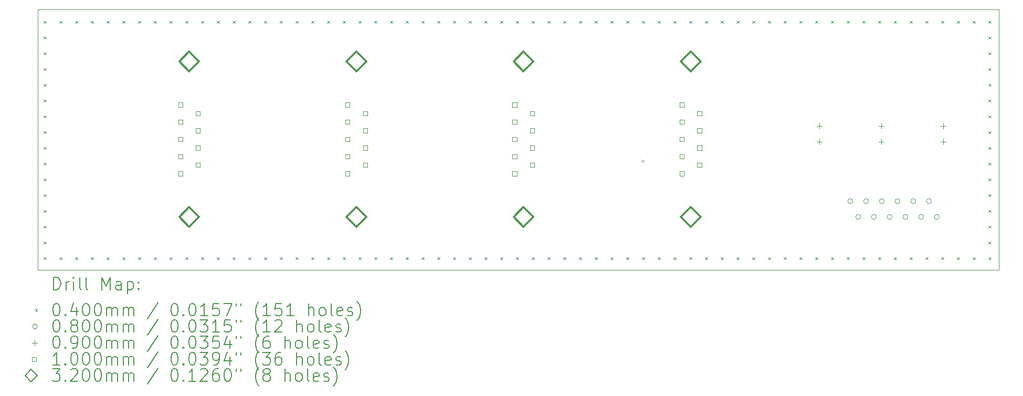
<source format=gbr>
%TF.GenerationSoftware,KiCad,Pcbnew,8.0.8*%
%TF.CreationDate,2025-02-25T20:07:18+01:00*%
%TF.ProjectId,OverlordInterface,4f766572-6c6f-4726-9449-6e7465726661,rev?*%
%TF.SameCoordinates,Original*%
%TF.FileFunction,Drillmap*%
%TF.FilePolarity,Positive*%
%FSLAX45Y45*%
G04 Gerber Fmt 4.5, Leading zero omitted, Abs format (unit mm)*
G04 Created by KiCad (PCBNEW 8.0.8) date 2025-02-25 20:07:18*
%MOMM*%
%LPD*%
G01*
G04 APERTURE LIST*
%ADD10C,0.100000*%
%ADD11C,0.200000*%
%ADD12C,0.320000*%
G04 APERTURE END LIST*
D10*
X7575000Y-7229000D02*
X23075000Y-7229000D01*
X23075000Y-11429000D01*
X7575000Y-11429000D01*
X7575000Y-7229000D01*
D11*
D10*
X7673000Y-7411000D02*
X7713000Y-7451000D01*
X7713000Y-7411000D02*
X7673000Y-7451000D01*
X7673000Y-7665000D02*
X7713000Y-7705000D01*
X7713000Y-7665000D02*
X7673000Y-7705000D01*
X7673000Y-7919000D02*
X7713000Y-7959000D01*
X7713000Y-7919000D02*
X7673000Y-7959000D01*
X7673000Y-8173000D02*
X7713000Y-8213000D01*
X7713000Y-8173000D02*
X7673000Y-8213000D01*
X7673000Y-8427000D02*
X7713000Y-8467000D01*
X7713000Y-8427000D02*
X7673000Y-8467000D01*
X7673000Y-8681000D02*
X7713000Y-8721000D01*
X7713000Y-8681000D02*
X7673000Y-8721000D01*
X7673000Y-8935000D02*
X7713000Y-8975000D01*
X7713000Y-8935000D02*
X7673000Y-8975000D01*
X7673000Y-9189000D02*
X7713000Y-9229000D01*
X7713000Y-9189000D02*
X7673000Y-9229000D01*
X7673000Y-9443000D02*
X7713000Y-9483000D01*
X7713000Y-9443000D02*
X7673000Y-9483000D01*
X7673000Y-9697000D02*
X7713000Y-9737000D01*
X7713000Y-9697000D02*
X7673000Y-9737000D01*
X7673000Y-9951000D02*
X7713000Y-9991000D01*
X7713000Y-9951000D02*
X7673000Y-9991000D01*
X7673000Y-10205000D02*
X7713000Y-10245000D01*
X7713000Y-10205000D02*
X7673000Y-10245000D01*
X7673000Y-10459000D02*
X7713000Y-10499000D01*
X7713000Y-10459000D02*
X7673000Y-10499000D01*
X7673000Y-10713000D02*
X7713000Y-10753000D01*
X7713000Y-10713000D02*
X7673000Y-10753000D01*
X7673000Y-10967000D02*
X7713000Y-11007000D01*
X7713000Y-10967000D02*
X7673000Y-11007000D01*
X7673000Y-11221000D02*
X7713000Y-11261000D01*
X7713000Y-11221000D02*
X7673000Y-11261000D01*
X7927000Y-7411000D02*
X7967000Y-7451000D01*
X7967000Y-7411000D02*
X7927000Y-7451000D01*
X7927000Y-11221000D02*
X7967000Y-11261000D01*
X7967000Y-11221000D02*
X7927000Y-11261000D01*
X8181000Y-7411000D02*
X8221000Y-7451000D01*
X8221000Y-7411000D02*
X8181000Y-7451000D01*
X8181000Y-11221000D02*
X8221000Y-11261000D01*
X8221000Y-11221000D02*
X8181000Y-11261000D01*
X8435000Y-7411000D02*
X8475000Y-7451000D01*
X8475000Y-7411000D02*
X8435000Y-7451000D01*
X8435000Y-11221000D02*
X8475000Y-11261000D01*
X8475000Y-11221000D02*
X8435000Y-11261000D01*
X8689000Y-7411000D02*
X8729000Y-7451000D01*
X8729000Y-7411000D02*
X8689000Y-7451000D01*
X8689000Y-11221000D02*
X8729000Y-11261000D01*
X8729000Y-11221000D02*
X8689000Y-11261000D01*
X8943000Y-7411000D02*
X8983000Y-7451000D01*
X8983000Y-7411000D02*
X8943000Y-7451000D01*
X8943000Y-11221000D02*
X8983000Y-11261000D01*
X8983000Y-11221000D02*
X8943000Y-11261000D01*
X9197000Y-7411000D02*
X9237000Y-7451000D01*
X9237000Y-7411000D02*
X9197000Y-7451000D01*
X9197000Y-11221000D02*
X9237000Y-11261000D01*
X9237000Y-11221000D02*
X9197000Y-11261000D01*
X9451000Y-7411000D02*
X9491000Y-7451000D01*
X9491000Y-7411000D02*
X9451000Y-7451000D01*
X9451000Y-11221000D02*
X9491000Y-11261000D01*
X9491000Y-11221000D02*
X9451000Y-11261000D01*
X9705000Y-7411000D02*
X9745000Y-7451000D01*
X9745000Y-7411000D02*
X9705000Y-7451000D01*
X9705000Y-11221000D02*
X9745000Y-11261000D01*
X9745000Y-11221000D02*
X9705000Y-11261000D01*
X9959000Y-7411000D02*
X9999000Y-7451000D01*
X9999000Y-7411000D02*
X9959000Y-7451000D01*
X9959000Y-11221000D02*
X9999000Y-11261000D01*
X9999000Y-11221000D02*
X9959000Y-11261000D01*
X10213000Y-7411000D02*
X10253000Y-7451000D01*
X10253000Y-7411000D02*
X10213000Y-7451000D01*
X10213000Y-11221000D02*
X10253000Y-11261000D01*
X10253000Y-11221000D02*
X10213000Y-11261000D01*
X10467000Y-7411000D02*
X10507000Y-7451000D01*
X10507000Y-7411000D02*
X10467000Y-7451000D01*
X10467000Y-11221000D02*
X10507000Y-11261000D01*
X10507000Y-11221000D02*
X10467000Y-11261000D01*
X10721000Y-7411000D02*
X10761000Y-7451000D01*
X10761000Y-7411000D02*
X10721000Y-7451000D01*
X10721000Y-11221000D02*
X10761000Y-11261000D01*
X10761000Y-11221000D02*
X10721000Y-11261000D01*
X10975000Y-7411000D02*
X11015000Y-7451000D01*
X11015000Y-7411000D02*
X10975000Y-7451000D01*
X10975000Y-11221000D02*
X11015000Y-11261000D01*
X11015000Y-11221000D02*
X10975000Y-11261000D01*
X11229000Y-7411000D02*
X11269000Y-7451000D01*
X11269000Y-7411000D02*
X11229000Y-7451000D01*
X11229000Y-11221000D02*
X11269000Y-11261000D01*
X11269000Y-11221000D02*
X11229000Y-11261000D01*
X11483000Y-7411000D02*
X11523000Y-7451000D01*
X11523000Y-7411000D02*
X11483000Y-7451000D01*
X11483000Y-11221000D02*
X11523000Y-11261000D01*
X11523000Y-11221000D02*
X11483000Y-11261000D01*
X11737000Y-7411000D02*
X11777000Y-7451000D01*
X11777000Y-7411000D02*
X11737000Y-7451000D01*
X11737000Y-11221000D02*
X11777000Y-11261000D01*
X11777000Y-11221000D02*
X11737000Y-11261000D01*
X11991000Y-7411000D02*
X12031000Y-7451000D01*
X12031000Y-7411000D02*
X11991000Y-7451000D01*
X11991000Y-11221000D02*
X12031000Y-11261000D01*
X12031000Y-11221000D02*
X11991000Y-11261000D01*
X12245000Y-7411000D02*
X12285000Y-7451000D01*
X12285000Y-7411000D02*
X12245000Y-7451000D01*
X12245000Y-11221000D02*
X12285000Y-11261000D01*
X12285000Y-11221000D02*
X12245000Y-11261000D01*
X12499000Y-7411000D02*
X12539000Y-7451000D01*
X12539000Y-7411000D02*
X12499000Y-7451000D01*
X12499000Y-11221000D02*
X12539000Y-11261000D01*
X12539000Y-11221000D02*
X12499000Y-11261000D01*
X12753000Y-7411000D02*
X12793000Y-7451000D01*
X12793000Y-7411000D02*
X12753000Y-7451000D01*
X12753000Y-11221000D02*
X12793000Y-11261000D01*
X12793000Y-11221000D02*
X12753000Y-11261000D01*
X13007000Y-7411000D02*
X13047000Y-7451000D01*
X13047000Y-7411000D02*
X13007000Y-7451000D01*
X13007000Y-11221000D02*
X13047000Y-11261000D01*
X13047000Y-11221000D02*
X13007000Y-11261000D01*
X13261000Y-7411000D02*
X13301000Y-7451000D01*
X13301000Y-7411000D02*
X13261000Y-7451000D01*
X13261000Y-11221000D02*
X13301000Y-11261000D01*
X13301000Y-11221000D02*
X13261000Y-11261000D01*
X13515000Y-7411000D02*
X13555000Y-7451000D01*
X13555000Y-7411000D02*
X13515000Y-7451000D01*
X13515000Y-11221000D02*
X13555000Y-11261000D01*
X13555000Y-11221000D02*
X13515000Y-11261000D01*
X13769000Y-7411000D02*
X13809000Y-7451000D01*
X13809000Y-7411000D02*
X13769000Y-7451000D01*
X13769000Y-11221000D02*
X13809000Y-11261000D01*
X13809000Y-11221000D02*
X13769000Y-11261000D01*
X14023000Y-7411000D02*
X14063000Y-7451000D01*
X14063000Y-7411000D02*
X14023000Y-7451000D01*
X14023000Y-11221000D02*
X14063000Y-11261000D01*
X14063000Y-11221000D02*
X14023000Y-11261000D01*
X14277000Y-7411000D02*
X14317000Y-7451000D01*
X14317000Y-7411000D02*
X14277000Y-7451000D01*
X14277000Y-11221000D02*
X14317000Y-11261000D01*
X14317000Y-11221000D02*
X14277000Y-11261000D01*
X14531000Y-7411000D02*
X14571000Y-7451000D01*
X14571000Y-7411000D02*
X14531000Y-7451000D01*
X14531000Y-11221000D02*
X14571000Y-11261000D01*
X14571000Y-11221000D02*
X14531000Y-11261000D01*
X14785000Y-7411000D02*
X14825000Y-7451000D01*
X14825000Y-7411000D02*
X14785000Y-7451000D01*
X14785000Y-11221000D02*
X14825000Y-11261000D01*
X14825000Y-11221000D02*
X14785000Y-11261000D01*
X15039000Y-7411000D02*
X15079000Y-7451000D01*
X15079000Y-7411000D02*
X15039000Y-7451000D01*
X15039000Y-11221000D02*
X15079000Y-11261000D01*
X15079000Y-11221000D02*
X15039000Y-11261000D01*
X15293000Y-7411000D02*
X15333000Y-7451000D01*
X15333000Y-7411000D02*
X15293000Y-7451000D01*
X15293000Y-11221000D02*
X15333000Y-11261000D01*
X15333000Y-11221000D02*
X15293000Y-11261000D01*
X15547000Y-7411000D02*
X15587000Y-7451000D01*
X15587000Y-7411000D02*
X15547000Y-7451000D01*
X15547000Y-11221000D02*
X15587000Y-11261000D01*
X15587000Y-11221000D02*
X15547000Y-11261000D01*
X15801000Y-7411000D02*
X15841000Y-7451000D01*
X15841000Y-7411000D02*
X15801000Y-7451000D01*
X15801000Y-11221000D02*
X15841000Y-11261000D01*
X15841000Y-11221000D02*
X15801000Y-11261000D01*
X16055000Y-7411000D02*
X16095000Y-7451000D01*
X16095000Y-7411000D02*
X16055000Y-7451000D01*
X16055000Y-11221000D02*
X16095000Y-11261000D01*
X16095000Y-11221000D02*
X16055000Y-11261000D01*
X16309000Y-7411000D02*
X16349000Y-7451000D01*
X16349000Y-7411000D02*
X16309000Y-7451000D01*
X16309000Y-11221000D02*
X16349000Y-11261000D01*
X16349000Y-11221000D02*
X16309000Y-11261000D01*
X16563000Y-7411000D02*
X16603000Y-7451000D01*
X16603000Y-7411000D02*
X16563000Y-7451000D01*
X16563000Y-11221000D02*
X16603000Y-11261000D01*
X16603000Y-11221000D02*
X16563000Y-11261000D01*
X16817000Y-7411000D02*
X16857000Y-7451000D01*
X16857000Y-7411000D02*
X16817000Y-7451000D01*
X16817000Y-11221000D02*
X16857000Y-11261000D01*
X16857000Y-11221000D02*
X16817000Y-11261000D01*
X17071000Y-7411000D02*
X17111000Y-7451000D01*
X17111000Y-7411000D02*
X17071000Y-7451000D01*
X17071000Y-11221000D02*
X17111000Y-11261000D01*
X17111000Y-11221000D02*
X17071000Y-11261000D01*
X17315000Y-9649000D02*
X17355000Y-9689000D01*
X17355000Y-9649000D02*
X17315000Y-9689000D01*
X17325000Y-7411000D02*
X17365000Y-7451000D01*
X17365000Y-7411000D02*
X17325000Y-7451000D01*
X17325000Y-11221000D02*
X17365000Y-11261000D01*
X17365000Y-11221000D02*
X17325000Y-11261000D01*
X17579000Y-7411000D02*
X17619000Y-7451000D01*
X17619000Y-7411000D02*
X17579000Y-7451000D01*
X17579000Y-11221000D02*
X17619000Y-11261000D01*
X17619000Y-11221000D02*
X17579000Y-11261000D01*
X17833000Y-7411000D02*
X17873000Y-7451000D01*
X17873000Y-7411000D02*
X17833000Y-7451000D01*
X17833000Y-11221000D02*
X17873000Y-11261000D01*
X17873000Y-11221000D02*
X17833000Y-11261000D01*
X18087000Y-7411000D02*
X18127000Y-7451000D01*
X18127000Y-7411000D02*
X18087000Y-7451000D01*
X18087000Y-11221000D02*
X18127000Y-11261000D01*
X18127000Y-11221000D02*
X18087000Y-11261000D01*
X18341000Y-7411000D02*
X18381000Y-7451000D01*
X18381000Y-7411000D02*
X18341000Y-7451000D01*
X18341000Y-11221000D02*
X18381000Y-11261000D01*
X18381000Y-11221000D02*
X18341000Y-11261000D01*
X18595000Y-7411000D02*
X18635000Y-7451000D01*
X18635000Y-7411000D02*
X18595000Y-7451000D01*
X18595000Y-11221000D02*
X18635000Y-11261000D01*
X18635000Y-11221000D02*
X18595000Y-11261000D01*
X18849000Y-7411000D02*
X18889000Y-7451000D01*
X18889000Y-7411000D02*
X18849000Y-7451000D01*
X18849000Y-11221000D02*
X18889000Y-11261000D01*
X18889000Y-11221000D02*
X18849000Y-11261000D01*
X19103000Y-7411000D02*
X19143000Y-7451000D01*
X19143000Y-7411000D02*
X19103000Y-7451000D01*
X19103000Y-11221000D02*
X19143000Y-11261000D01*
X19143000Y-11221000D02*
X19103000Y-11261000D01*
X19357000Y-7411000D02*
X19397000Y-7451000D01*
X19397000Y-7411000D02*
X19357000Y-7451000D01*
X19357000Y-11221000D02*
X19397000Y-11261000D01*
X19397000Y-11221000D02*
X19357000Y-11261000D01*
X19611000Y-7411000D02*
X19651000Y-7451000D01*
X19651000Y-7411000D02*
X19611000Y-7451000D01*
X19611000Y-11221000D02*
X19651000Y-11261000D01*
X19651000Y-11221000D02*
X19611000Y-11261000D01*
X19865000Y-7411000D02*
X19905000Y-7451000D01*
X19905000Y-7411000D02*
X19865000Y-7451000D01*
X19865000Y-11221000D02*
X19905000Y-11261000D01*
X19905000Y-11221000D02*
X19865000Y-11261000D01*
X20119000Y-7411000D02*
X20159000Y-7451000D01*
X20159000Y-7411000D02*
X20119000Y-7451000D01*
X20119000Y-11221000D02*
X20159000Y-11261000D01*
X20159000Y-11221000D02*
X20119000Y-11261000D01*
X20373000Y-7411000D02*
X20413000Y-7451000D01*
X20413000Y-7411000D02*
X20373000Y-7451000D01*
X20373000Y-11221000D02*
X20413000Y-11261000D01*
X20413000Y-11221000D02*
X20373000Y-11261000D01*
X20627000Y-7411000D02*
X20667000Y-7451000D01*
X20667000Y-7411000D02*
X20627000Y-7451000D01*
X20627000Y-11221000D02*
X20667000Y-11261000D01*
X20667000Y-11221000D02*
X20627000Y-11261000D01*
X20881000Y-7411000D02*
X20921000Y-7451000D01*
X20921000Y-7411000D02*
X20881000Y-7451000D01*
X20881000Y-11221000D02*
X20921000Y-11261000D01*
X20921000Y-11221000D02*
X20881000Y-11261000D01*
X21135000Y-7411000D02*
X21175000Y-7451000D01*
X21175000Y-7411000D02*
X21135000Y-7451000D01*
X21135000Y-11221000D02*
X21175000Y-11261000D01*
X21175000Y-11221000D02*
X21135000Y-11261000D01*
X21389000Y-7411000D02*
X21429000Y-7451000D01*
X21429000Y-7411000D02*
X21389000Y-7451000D01*
X21389000Y-11221000D02*
X21429000Y-11261000D01*
X21429000Y-11221000D02*
X21389000Y-11261000D01*
X21643000Y-7411000D02*
X21683000Y-7451000D01*
X21683000Y-7411000D02*
X21643000Y-7451000D01*
X21643000Y-11221000D02*
X21683000Y-11261000D01*
X21683000Y-11221000D02*
X21643000Y-11261000D01*
X21897000Y-7411000D02*
X21937000Y-7451000D01*
X21937000Y-7411000D02*
X21897000Y-7451000D01*
X21897000Y-11221000D02*
X21937000Y-11261000D01*
X21937000Y-11221000D02*
X21897000Y-11261000D01*
X22151000Y-7411000D02*
X22191000Y-7451000D01*
X22191000Y-7411000D02*
X22151000Y-7451000D01*
X22151000Y-11221000D02*
X22191000Y-11261000D01*
X22191000Y-11221000D02*
X22151000Y-11261000D01*
X22405000Y-7411000D02*
X22445000Y-7451000D01*
X22445000Y-7411000D02*
X22405000Y-7451000D01*
X22405000Y-11221000D02*
X22445000Y-11261000D01*
X22445000Y-11221000D02*
X22405000Y-11261000D01*
X22659000Y-7411000D02*
X22699000Y-7451000D01*
X22699000Y-7411000D02*
X22659000Y-7451000D01*
X22659000Y-11221000D02*
X22699000Y-11261000D01*
X22699000Y-11221000D02*
X22659000Y-11261000D01*
X22913000Y-7411000D02*
X22953000Y-7451000D01*
X22953000Y-7411000D02*
X22913000Y-7451000D01*
X22913000Y-7665000D02*
X22953000Y-7705000D01*
X22953000Y-7665000D02*
X22913000Y-7705000D01*
X22913000Y-7919000D02*
X22953000Y-7959000D01*
X22953000Y-7919000D02*
X22913000Y-7959000D01*
X22913000Y-8173000D02*
X22953000Y-8213000D01*
X22953000Y-8173000D02*
X22913000Y-8213000D01*
X22913000Y-8427000D02*
X22953000Y-8467000D01*
X22953000Y-8427000D02*
X22913000Y-8467000D01*
X22913000Y-8681000D02*
X22953000Y-8721000D01*
X22953000Y-8681000D02*
X22913000Y-8721000D01*
X22913000Y-8935000D02*
X22953000Y-8975000D01*
X22953000Y-8935000D02*
X22913000Y-8975000D01*
X22913000Y-9189000D02*
X22953000Y-9229000D01*
X22953000Y-9189000D02*
X22913000Y-9229000D01*
X22913000Y-9443000D02*
X22953000Y-9483000D01*
X22953000Y-9443000D02*
X22913000Y-9483000D01*
X22913000Y-9697000D02*
X22953000Y-9737000D01*
X22953000Y-9697000D02*
X22913000Y-9737000D01*
X22913000Y-9951000D02*
X22953000Y-9991000D01*
X22953000Y-9951000D02*
X22913000Y-9991000D01*
X22913000Y-10205000D02*
X22953000Y-10245000D01*
X22953000Y-10205000D02*
X22913000Y-10245000D01*
X22913000Y-10459000D02*
X22953000Y-10499000D01*
X22953000Y-10459000D02*
X22913000Y-10499000D01*
X22913000Y-10713000D02*
X22953000Y-10753000D01*
X22953000Y-10713000D02*
X22913000Y-10753000D01*
X22913000Y-10967000D02*
X22953000Y-11007000D01*
X22953000Y-10967000D02*
X22913000Y-11007000D01*
X22913000Y-11221000D02*
X22953000Y-11261000D01*
X22953000Y-11221000D02*
X22913000Y-11261000D01*
X20722000Y-10319000D02*
G75*
G02*
X20642000Y-10319000I-40000J0D01*
G01*
X20642000Y-10319000D02*
G75*
G02*
X20722000Y-10319000I40000J0D01*
G01*
X20849000Y-10573000D02*
G75*
G02*
X20769000Y-10573000I-40000J0D01*
G01*
X20769000Y-10573000D02*
G75*
G02*
X20849000Y-10573000I40000J0D01*
G01*
X20976000Y-10319000D02*
G75*
G02*
X20896000Y-10319000I-40000J0D01*
G01*
X20896000Y-10319000D02*
G75*
G02*
X20976000Y-10319000I40000J0D01*
G01*
X21103000Y-10573000D02*
G75*
G02*
X21023000Y-10573000I-40000J0D01*
G01*
X21023000Y-10573000D02*
G75*
G02*
X21103000Y-10573000I40000J0D01*
G01*
X21230000Y-10319000D02*
G75*
G02*
X21150000Y-10319000I-40000J0D01*
G01*
X21150000Y-10319000D02*
G75*
G02*
X21230000Y-10319000I40000J0D01*
G01*
X21357000Y-10573000D02*
G75*
G02*
X21277000Y-10573000I-40000J0D01*
G01*
X21277000Y-10573000D02*
G75*
G02*
X21357000Y-10573000I40000J0D01*
G01*
X21484000Y-10319000D02*
G75*
G02*
X21404000Y-10319000I-40000J0D01*
G01*
X21404000Y-10319000D02*
G75*
G02*
X21484000Y-10319000I40000J0D01*
G01*
X21611000Y-10573000D02*
G75*
G02*
X21531000Y-10573000I-40000J0D01*
G01*
X21531000Y-10573000D02*
G75*
G02*
X21611000Y-10573000I40000J0D01*
G01*
X21738000Y-10319000D02*
G75*
G02*
X21658000Y-10319000I-40000J0D01*
G01*
X21658000Y-10319000D02*
G75*
G02*
X21738000Y-10319000I40000J0D01*
G01*
X21865000Y-10573000D02*
G75*
G02*
X21785000Y-10573000I-40000J0D01*
G01*
X21785000Y-10573000D02*
G75*
G02*
X21865000Y-10573000I40000J0D01*
G01*
X21992000Y-10319000D02*
G75*
G02*
X21912000Y-10319000I-40000J0D01*
G01*
X21912000Y-10319000D02*
G75*
G02*
X21992000Y-10319000I40000J0D01*
G01*
X22119000Y-10573000D02*
G75*
G02*
X22039000Y-10573000I-40000J0D01*
G01*
X22039000Y-10573000D02*
G75*
G02*
X22119000Y-10573000I40000J0D01*
G01*
X20183000Y-9060500D02*
X20183000Y-9150500D01*
X20138000Y-9105500D02*
X20228000Y-9105500D01*
X20183000Y-9314500D02*
X20183000Y-9404500D01*
X20138000Y-9359500D02*
X20228000Y-9359500D01*
X21183000Y-9060500D02*
X21183000Y-9150500D01*
X21138000Y-9105500D02*
X21228000Y-9105500D01*
X21183000Y-9314500D02*
X21183000Y-9404500D01*
X21138000Y-9359500D02*
X21228000Y-9359500D01*
X22183000Y-9060500D02*
X22183000Y-9150500D01*
X22138000Y-9105500D02*
X22228000Y-9105500D01*
X22183000Y-9314500D02*
X22183000Y-9404500D01*
X22138000Y-9359500D02*
X22228000Y-9359500D01*
X9912356Y-8800856D02*
X9912356Y-8730144D01*
X9841644Y-8730144D01*
X9841644Y-8800856D01*
X9912356Y-8800856D01*
X9912356Y-9077856D02*
X9912356Y-9007144D01*
X9841644Y-9007144D01*
X9841644Y-9077856D01*
X9912356Y-9077856D01*
X9912356Y-9354856D02*
X9912356Y-9284144D01*
X9841644Y-9284144D01*
X9841644Y-9354856D01*
X9912356Y-9354856D01*
X9912356Y-9631856D02*
X9912356Y-9561144D01*
X9841644Y-9561144D01*
X9841644Y-9631856D01*
X9912356Y-9631856D01*
X9912356Y-9908856D02*
X9912356Y-9838144D01*
X9841644Y-9838144D01*
X9841644Y-9908856D01*
X9912356Y-9908856D01*
X10196356Y-8939356D02*
X10196356Y-8868644D01*
X10125644Y-8868644D01*
X10125644Y-8939356D01*
X10196356Y-8939356D01*
X10196356Y-9216356D02*
X10196356Y-9145644D01*
X10125644Y-9145644D01*
X10125644Y-9216356D01*
X10196356Y-9216356D01*
X10196356Y-9493356D02*
X10196356Y-9422644D01*
X10125644Y-9422644D01*
X10125644Y-9493356D01*
X10196356Y-9493356D01*
X10196356Y-9770356D02*
X10196356Y-9699644D01*
X10125644Y-9699644D01*
X10125644Y-9770356D01*
X10196356Y-9770356D01*
X12608689Y-8800856D02*
X12608689Y-8730144D01*
X12537978Y-8730144D01*
X12537978Y-8800856D01*
X12608689Y-8800856D01*
X12608689Y-9077856D02*
X12608689Y-9007144D01*
X12537978Y-9007144D01*
X12537978Y-9077856D01*
X12608689Y-9077856D01*
X12608689Y-9354856D02*
X12608689Y-9284144D01*
X12537978Y-9284144D01*
X12537978Y-9354856D01*
X12608689Y-9354856D01*
X12608689Y-9631856D02*
X12608689Y-9561144D01*
X12537978Y-9561144D01*
X12537978Y-9631856D01*
X12608689Y-9631856D01*
X12608689Y-9908856D02*
X12608689Y-9838144D01*
X12537978Y-9838144D01*
X12537978Y-9908856D01*
X12608689Y-9908856D01*
X12892689Y-8939356D02*
X12892689Y-8868644D01*
X12821978Y-8868644D01*
X12821978Y-8939356D01*
X12892689Y-8939356D01*
X12892689Y-9216356D02*
X12892689Y-9145644D01*
X12821978Y-9145644D01*
X12821978Y-9216356D01*
X12892689Y-9216356D01*
X12892689Y-9493356D02*
X12892689Y-9422644D01*
X12821978Y-9422644D01*
X12821978Y-9493356D01*
X12892689Y-9493356D01*
X12892689Y-9770356D02*
X12892689Y-9699644D01*
X12821978Y-9699644D01*
X12821978Y-9770356D01*
X12892689Y-9770356D01*
X15305022Y-8800856D02*
X15305022Y-8730144D01*
X15234311Y-8730144D01*
X15234311Y-8800856D01*
X15305022Y-8800856D01*
X15305022Y-9077856D02*
X15305022Y-9007144D01*
X15234311Y-9007144D01*
X15234311Y-9077856D01*
X15305022Y-9077856D01*
X15305022Y-9354856D02*
X15305022Y-9284144D01*
X15234311Y-9284144D01*
X15234311Y-9354856D01*
X15305022Y-9354856D01*
X15305022Y-9631856D02*
X15305022Y-9561144D01*
X15234311Y-9561144D01*
X15234311Y-9631856D01*
X15305022Y-9631856D01*
X15305022Y-9908856D02*
X15305022Y-9838144D01*
X15234311Y-9838144D01*
X15234311Y-9908856D01*
X15305022Y-9908856D01*
X15589022Y-8939356D02*
X15589022Y-8868644D01*
X15518311Y-8868644D01*
X15518311Y-8939356D01*
X15589022Y-8939356D01*
X15589022Y-9216356D02*
X15589022Y-9145644D01*
X15518311Y-9145644D01*
X15518311Y-9216356D01*
X15589022Y-9216356D01*
X15589022Y-9493356D02*
X15589022Y-9422644D01*
X15518311Y-9422644D01*
X15518311Y-9493356D01*
X15589022Y-9493356D01*
X15589022Y-9770356D02*
X15589022Y-9699644D01*
X15518311Y-9699644D01*
X15518311Y-9770356D01*
X15589022Y-9770356D01*
X18001356Y-8800856D02*
X18001356Y-8730144D01*
X17930644Y-8730144D01*
X17930644Y-8800856D01*
X18001356Y-8800856D01*
X18001356Y-9077856D02*
X18001356Y-9007144D01*
X17930644Y-9007144D01*
X17930644Y-9077856D01*
X18001356Y-9077856D01*
X18001356Y-9354856D02*
X18001356Y-9284144D01*
X17930644Y-9284144D01*
X17930644Y-9354856D01*
X18001356Y-9354856D01*
X18001356Y-9631856D02*
X18001356Y-9561144D01*
X17930644Y-9561144D01*
X17930644Y-9631856D01*
X18001356Y-9631856D01*
X18001356Y-9908856D02*
X18001356Y-9838144D01*
X17930644Y-9838144D01*
X17930644Y-9908856D01*
X18001356Y-9908856D01*
X18285356Y-8939356D02*
X18285356Y-8868644D01*
X18214644Y-8868644D01*
X18214644Y-8939356D01*
X18285356Y-8939356D01*
X18285356Y-9216356D02*
X18285356Y-9145644D01*
X18214644Y-9145644D01*
X18214644Y-9216356D01*
X18285356Y-9216356D01*
X18285356Y-9493356D02*
X18285356Y-9422644D01*
X18214644Y-9422644D01*
X18214644Y-9493356D01*
X18285356Y-9493356D01*
X18285356Y-9770356D02*
X18285356Y-9699644D01*
X18214644Y-9699644D01*
X18214644Y-9770356D01*
X18285356Y-9770356D01*
D12*
X10019000Y-8229500D02*
X10179000Y-8069500D01*
X10019000Y-7909500D01*
X9859000Y-8069500D01*
X10019000Y-8229500D01*
X10019000Y-10729500D02*
X10179000Y-10569500D01*
X10019000Y-10409500D01*
X9859000Y-10569500D01*
X10019000Y-10729500D01*
X12715333Y-8229500D02*
X12875333Y-8069500D01*
X12715333Y-7909500D01*
X12555333Y-8069500D01*
X12715333Y-8229500D01*
X12715333Y-10729500D02*
X12875333Y-10569500D01*
X12715333Y-10409500D01*
X12555333Y-10569500D01*
X12715333Y-10729500D01*
X15411667Y-8229500D02*
X15571667Y-8069500D01*
X15411667Y-7909500D01*
X15251667Y-8069500D01*
X15411667Y-8229500D01*
X15411667Y-10729500D02*
X15571667Y-10569500D01*
X15411667Y-10409500D01*
X15251667Y-10569500D01*
X15411667Y-10729500D01*
X18108000Y-8229500D02*
X18268000Y-8069500D01*
X18108000Y-7909500D01*
X17948000Y-8069500D01*
X18108000Y-8229500D01*
X18108000Y-10729500D02*
X18268000Y-10569500D01*
X18108000Y-10409500D01*
X17948000Y-10569500D01*
X18108000Y-10729500D01*
D11*
X7830777Y-11745484D02*
X7830777Y-11545484D01*
X7830777Y-11545484D02*
X7878396Y-11545484D01*
X7878396Y-11545484D02*
X7906967Y-11555008D01*
X7906967Y-11555008D02*
X7926015Y-11574055D01*
X7926015Y-11574055D02*
X7935539Y-11593103D01*
X7935539Y-11593103D02*
X7945062Y-11631198D01*
X7945062Y-11631198D02*
X7945062Y-11659769D01*
X7945062Y-11659769D02*
X7935539Y-11697865D01*
X7935539Y-11697865D02*
X7926015Y-11716912D01*
X7926015Y-11716912D02*
X7906967Y-11735960D01*
X7906967Y-11735960D02*
X7878396Y-11745484D01*
X7878396Y-11745484D02*
X7830777Y-11745484D01*
X8030777Y-11745484D02*
X8030777Y-11612150D01*
X8030777Y-11650246D02*
X8040301Y-11631198D01*
X8040301Y-11631198D02*
X8049824Y-11621674D01*
X8049824Y-11621674D02*
X8068872Y-11612150D01*
X8068872Y-11612150D02*
X8087920Y-11612150D01*
X8154586Y-11745484D02*
X8154586Y-11612150D01*
X8154586Y-11545484D02*
X8145062Y-11555008D01*
X8145062Y-11555008D02*
X8154586Y-11564531D01*
X8154586Y-11564531D02*
X8164110Y-11555008D01*
X8164110Y-11555008D02*
X8154586Y-11545484D01*
X8154586Y-11545484D02*
X8154586Y-11564531D01*
X8278396Y-11745484D02*
X8259348Y-11735960D01*
X8259348Y-11735960D02*
X8249824Y-11716912D01*
X8249824Y-11716912D02*
X8249824Y-11545484D01*
X8383158Y-11745484D02*
X8364110Y-11735960D01*
X8364110Y-11735960D02*
X8354586Y-11716912D01*
X8354586Y-11716912D02*
X8354586Y-11545484D01*
X8611729Y-11745484D02*
X8611729Y-11545484D01*
X8611729Y-11545484D02*
X8678396Y-11688341D01*
X8678396Y-11688341D02*
X8745063Y-11545484D01*
X8745063Y-11545484D02*
X8745063Y-11745484D01*
X8926015Y-11745484D02*
X8926015Y-11640722D01*
X8926015Y-11640722D02*
X8916491Y-11621674D01*
X8916491Y-11621674D02*
X8897444Y-11612150D01*
X8897444Y-11612150D02*
X8859348Y-11612150D01*
X8859348Y-11612150D02*
X8840301Y-11621674D01*
X8926015Y-11735960D02*
X8906967Y-11745484D01*
X8906967Y-11745484D02*
X8859348Y-11745484D01*
X8859348Y-11745484D02*
X8840301Y-11735960D01*
X8840301Y-11735960D02*
X8830777Y-11716912D01*
X8830777Y-11716912D02*
X8830777Y-11697865D01*
X8830777Y-11697865D02*
X8840301Y-11678817D01*
X8840301Y-11678817D02*
X8859348Y-11669293D01*
X8859348Y-11669293D02*
X8906967Y-11669293D01*
X8906967Y-11669293D02*
X8926015Y-11659769D01*
X9021253Y-11612150D02*
X9021253Y-11812150D01*
X9021253Y-11621674D02*
X9040301Y-11612150D01*
X9040301Y-11612150D02*
X9078396Y-11612150D01*
X9078396Y-11612150D02*
X9097444Y-11621674D01*
X9097444Y-11621674D02*
X9106967Y-11631198D01*
X9106967Y-11631198D02*
X9116491Y-11650246D01*
X9116491Y-11650246D02*
X9116491Y-11707388D01*
X9116491Y-11707388D02*
X9106967Y-11726436D01*
X9106967Y-11726436D02*
X9097444Y-11735960D01*
X9097444Y-11735960D02*
X9078396Y-11745484D01*
X9078396Y-11745484D02*
X9040301Y-11745484D01*
X9040301Y-11745484D02*
X9021253Y-11735960D01*
X9202205Y-11726436D02*
X9211729Y-11735960D01*
X9211729Y-11735960D02*
X9202205Y-11745484D01*
X9202205Y-11745484D02*
X9192682Y-11735960D01*
X9192682Y-11735960D02*
X9202205Y-11726436D01*
X9202205Y-11726436D02*
X9202205Y-11745484D01*
X9202205Y-11621674D02*
X9211729Y-11631198D01*
X9211729Y-11631198D02*
X9202205Y-11640722D01*
X9202205Y-11640722D02*
X9192682Y-11631198D01*
X9192682Y-11631198D02*
X9202205Y-11621674D01*
X9202205Y-11621674D02*
X9202205Y-11640722D01*
D10*
X7530000Y-12054000D02*
X7570000Y-12094000D01*
X7570000Y-12054000D02*
X7530000Y-12094000D01*
D11*
X7868872Y-11965484D02*
X7887920Y-11965484D01*
X7887920Y-11965484D02*
X7906967Y-11975008D01*
X7906967Y-11975008D02*
X7916491Y-11984531D01*
X7916491Y-11984531D02*
X7926015Y-12003579D01*
X7926015Y-12003579D02*
X7935539Y-12041674D01*
X7935539Y-12041674D02*
X7935539Y-12089293D01*
X7935539Y-12089293D02*
X7926015Y-12127388D01*
X7926015Y-12127388D02*
X7916491Y-12146436D01*
X7916491Y-12146436D02*
X7906967Y-12155960D01*
X7906967Y-12155960D02*
X7887920Y-12165484D01*
X7887920Y-12165484D02*
X7868872Y-12165484D01*
X7868872Y-12165484D02*
X7849824Y-12155960D01*
X7849824Y-12155960D02*
X7840301Y-12146436D01*
X7840301Y-12146436D02*
X7830777Y-12127388D01*
X7830777Y-12127388D02*
X7821253Y-12089293D01*
X7821253Y-12089293D02*
X7821253Y-12041674D01*
X7821253Y-12041674D02*
X7830777Y-12003579D01*
X7830777Y-12003579D02*
X7840301Y-11984531D01*
X7840301Y-11984531D02*
X7849824Y-11975008D01*
X7849824Y-11975008D02*
X7868872Y-11965484D01*
X8021253Y-12146436D02*
X8030777Y-12155960D01*
X8030777Y-12155960D02*
X8021253Y-12165484D01*
X8021253Y-12165484D02*
X8011729Y-12155960D01*
X8011729Y-12155960D02*
X8021253Y-12146436D01*
X8021253Y-12146436D02*
X8021253Y-12165484D01*
X8202205Y-12032150D02*
X8202205Y-12165484D01*
X8154586Y-11955960D02*
X8106967Y-12098817D01*
X8106967Y-12098817D02*
X8230777Y-12098817D01*
X8345062Y-11965484D02*
X8364110Y-11965484D01*
X8364110Y-11965484D02*
X8383158Y-11975008D01*
X8383158Y-11975008D02*
X8392682Y-11984531D01*
X8392682Y-11984531D02*
X8402205Y-12003579D01*
X8402205Y-12003579D02*
X8411729Y-12041674D01*
X8411729Y-12041674D02*
X8411729Y-12089293D01*
X8411729Y-12089293D02*
X8402205Y-12127388D01*
X8402205Y-12127388D02*
X8392682Y-12146436D01*
X8392682Y-12146436D02*
X8383158Y-12155960D01*
X8383158Y-12155960D02*
X8364110Y-12165484D01*
X8364110Y-12165484D02*
X8345062Y-12165484D01*
X8345062Y-12165484D02*
X8326015Y-12155960D01*
X8326015Y-12155960D02*
X8316491Y-12146436D01*
X8316491Y-12146436D02*
X8306967Y-12127388D01*
X8306967Y-12127388D02*
X8297443Y-12089293D01*
X8297443Y-12089293D02*
X8297443Y-12041674D01*
X8297443Y-12041674D02*
X8306967Y-12003579D01*
X8306967Y-12003579D02*
X8316491Y-11984531D01*
X8316491Y-11984531D02*
X8326015Y-11975008D01*
X8326015Y-11975008D02*
X8345062Y-11965484D01*
X8535539Y-11965484D02*
X8554586Y-11965484D01*
X8554586Y-11965484D02*
X8573634Y-11975008D01*
X8573634Y-11975008D02*
X8583158Y-11984531D01*
X8583158Y-11984531D02*
X8592682Y-12003579D01*
X8592682Y-12003579D02*
X8602205Y-12041674D01*
X8602205Y-12041674D02*
X8602205Y-12089293D01*
X8602205Y-12089293D02*
X8592682Y-12127388D01*
X8592682Y-12127388D02*
X8583158Y-12146436D01*
X8583158Y-12146436D02*
X8573634Y-12155960D01*
X8573634Y-12155960D02*
X8554586Y-12165484D01*
X8554586Y-12165484D02*
X8535539Y-12165484D01*
X8535539Y-12165484D02*
X8516491Y-12155960D01*
X8516491Y-12155960D02*
X8506967Y-12146436D01*
X8506967Y-12146436D02*
X8497444Y-12127388D01*
X8497444Y-12127388D02*
X8487920Y-12089293D01*
X8487920Y-12089293D02*
X8487920Y-12041674D01*
X8487920Y-12041674D02*
X8497444Y-12003579D01*
X8497444Y-12003579D02*
X8506967Y-11984531D01*
X8506967Y-11984531D02*
X8516491Y-11975008D01*
X8516491Y-11975008D02*
X8535539Y-11965484D01*
X8687920Y-12165484D02*
X8687920Y-12032150D01*
X8687920Y-12051198D02*
X8697444Y-12041674D01*
X8697444Y-12041674D02*
X8716491Y-12032150D01*
X8716491Y-12032150D02*
X8745063Y-12032150D01*
X8745063Y-12032150D02*
X8764110Y-12041674D01*
X8764110Y-12041674D02*
X8773634Y-12060722D01*
X8773634Y-12060722D02*
X8773634Y-12165484D01*
X8773634Y-12060722D02*
X8783158Y-12041674D01*
X8783158Y-12041674D02*
X8802205Y-12032150D01*
X8802205Y-12032150D02*
X8830777Y-12032150D01*
X8830777Y-12032150D02*
X8849825Y-12041674D01*
X8849825Y-12041674D02*
X8859348Y-12060722D01*
X8859348Y-12060722D02*
X8859348Y-12165484D01*
X8954586Y-12165484D02*
X8954586Y-12032150D01*
X8954586Y-12051198D02*
X8964110Y-12041674D01*
X8964110Y-12041674D02*
X8983158Y-12032150D01*
X8983158Y-12032150D02*
X9011729Y-12032150D01*
X9011729Y-12032150D02*
X9030777Y-12041674D01*
X9030777Y-12041674D02*
X9040301Y-12060722D01*
X9040301Y-12060722D02*
X9040301Y-12165484D01*
X9040301Y-12060722D02*
X9049825Y-12041674D01*
X9049825Y-12041674D02*
X9068872Y-12032150D01*
X9068872Y-12032150D02*
X9097444Y-12032150D01*
X9097444Y-12032150D02*
X9116491Y-12041674D01*
X9116491Y-12041674D02*
X9126015Y-12060722D01*
X9126015Y-12060722D02*
X9126015Y-12165484D01*
X9516491Y-11955960D02*
X9345063Y-12213103D01*
X9773634Y-11965484D02*
X9792682Y-11965484D01*
X9792682Y-11965484D02*
X9811729Y-11975008D01*
X9811729Y-11975008D02*
X9821253Y-11984531D01*
X9821253Y-11984531D02*
X9830777Y-12003579D01*
X9830777Y-12003579D02*
X9840301Y-12041674D01*
X9840301Y-12041674D02*
X9840301Y-12089293D01*
X9840301Y-12089293D02*
X9830777Y-12127388D01*
X9830777Y-12127388D02*
X9821253Y-12146436D01*
X9821253Y-12146436D02*
X9811729Y-12155960D01*
X9811729Y-12155960D02*
X9792682Y-12165484D01*
X9792682Y-12165484D02*
X9773634Y-12165484D01*
X9773634Y-12165484D02*
X9754587Y-12155960D01*
X9754587Y-12155960D02*
X9745063Y-12146436D01*
X9745063Y-12146436D02*
X9735539Y-12127388D01*
X9735539Y-12127388D02*
X9726015Y-12089293D01*
X9726015Y-12089293D02*
X9726015Y-12041674D01*
X9726015Y-12041674D02*
X9735539Y-12003579D01*
X9735539Y-12003579D02*
X9745063Y-11984531D01*
X9745063Y-11984531D02*
X9754587Y-11975008D01*
X9754587Y-11975008D02*
X9773634Y-11965484D01*
X9926015Y-12146436D02*
X9935539Y-12155960D01*
X9935539Y-12155960D02*
X9926015Y-12165484D01*
X9926015Y-12165484D02*
X9916491Y-12155960D01*
X9916491Y-12155960D02*
X9926015Y-12146436D01*
X9926015Y-12146436D02*
X9926015Y-12165484D01*
X10059348Y-11965484D02*
X10078396Y-11965484D01*
X10078396Y-11965484D02*
X10097444Y-11975008D01*
X10097444Y-11975008D02*
X10106968Y-11984531D01*
X10106968Y-11984531D02*
X10116491Y-12003579D01*
X10116491Y-12003579D02*
X10126015Y-12041674D01*
X10126015Y-12041674D02*
X10126015Y-12089293D01*
X10126015Y-12089293D02*
X10116491Y-12127388D01*
X10116491Y-12127388D02*
X10106968Y-12146436D01*
X10106968Y-12146436D02*
X10097444Y-12155960D01*
X10097444Y-12155960D02*
X10078396Y-12165484D01*
X10078396Y-12165484D02*
X10059348Y-12165484D01*
X10059348Y-12165484D02*
X10040301Y-12155960D01*
X10040301Y-12155960D02*
X10030777Y-12146436D01*
X10030777Y-12146436D02*
X10021253Y-12127388D01*
X10021253Y-12127388D02*
X10011729Y-12089293D01*
X10011729Y-12089293D02*
X10011729Y-12041674D01*
X10011729Y-12041674D02*
X10021253Y-12003579D01*
X10021253Y-12003579D02*
X10030777Y-11984531D01*
X10030777Y-11984531D02*
X10040301Y-11975008D01*
X10040301Y-11975008D02*
X10059348Y-11965484D01*
X10316491Y-12165484D02*
X10202206Y-12165484D01*
X10259348Y-12165484D02*
X10259348Y-11965484D01*
X10259348Y-11965484D02*
X10240301Y-11994055D01*
X10240301Y-11994055D02*
X10221253Y-12013103D01*
X10221253Y-12013103D02*
X10202206Y-12022627D01*
X10497444Y-11965484D02*
X10402206Y-11965484D01*
X10402206Y-11965484D02*
X10392682Y-12060722D01*
X10392682Y-12060722D02*
X10402206Y-12051198D01*
X10402206Y-12051198D02*
X10421253Y-12041674D01*
X10421253Y-12041674D02*
X10468872Y-12041674D01*
X10468872Y-12041674D02*
X10487920Y-12051198D01*
X10487920Y-12051198D02*
X10497444Y-12060722D01*
X10497444Y-12060722D02*
X10506968Y-12079769D01*
X10506968Y-12079769D02*
X10506968Y-12127388D01*
X10506968Y-12127388D02*
X10497444Y-12146436D01*
X10497444Y-12146436D02*
X10487920Y-12155960D01*
X10487920Y-12155960D02*
X10468872Y-12165484D01*
X10468872Y-12165484D02*
X10421253Y-12165484D01*
X10421253Y-12165484D02*
X10402206Y-12155960D01*
X10402206Y-12155960D02*
X10392682Y-12146436D01*
X10573634Y-11965484D02*
X10706968Y-11965484D01*
X10706968Y-11965484D02*
X10621253Y-12165484D01*
X10773634Y-11965484D02*
X10773634Y-12003579D01*
X10849825Y-11965484D02*
X10849825Y-12003579D01*
X11145063Y-12241674D02*
X11135539Y-12232150D01*
X11135539Y-12232150D02*
X11116491Y-12203579D01*
X11116491Y-12203579D02*
X11106968Y-12184531D01*
X11106968Y-12184531D02*
X11097444Y-12155960D01*
X11097444Y-12155960D02*
X11087920Y-12108341D01*
X11087920Y-12108341D02*
X11087920Y-12070246D01*
X11087920Y-12070246D02*
X11097444Y-12022627D01*
X11097444Y-12022627D02*
X11106968Y-11994055D01*
X11106968Y-11994055D02*
X11116491Y-11975008D01*
X11116491Y-11975008D02*
X11135539Y-11946436D01*
X11135539Y-11946436D02*
X11145063Y-11936912D01*
X11326015Y-12165484D02*
X11211729Y-12165484D01*
X11268872Y-12165484D02*
X11268872Y-11965484D01*
X11268872Y-11965484D02*
X11249825Y-11994055D01*
X11249825Y-11994055D02*
X11230777Y-12013103D01*
X11230777Y-12013103D02*
X11211729Y-12022627D01*
X11506968Y-11965484D02*
X11411729Y-11965484D01*
X11411729Y-11965484D02*
X11402206Y-12060722D01*
X11402206Y-12060722D02*
X11411729Y-12051198D01*
X11411729Y-12051198D02*
X11430777Y-12041674D01*
X11430777Y-12041674D02*
X11478396Y-12041674D01*
X11478396Y-12041674D02*
X11497444Y-12051198D01*
X11497444Y-12051198D02*
X11506968Y-12060722D01*
X11506968Y-12060722D02*
X11516491Y-12079769D01*
X11516491Y-12079769D02*
X11516491Y-12127388D01*
X11516491Y-12127388D02*
X11506968Y-12146436D01*
X11506968Y-12146436D02*
X11497444Y-12155960D01*
X11497444Y-12155960D02*
X11478396Y-12165484D01*
X11478396Y-12165484D02*
X11430777Y-12165484D01*
X11430777Y-12165484D02*
X11411729Y-12155960D01*
X11411729Y-12155960D02*
X11402206Y-12146436D01*
X11706968Y-12165484D02*
X11592682Y-12165484D01*
X11649825Y-12165484D02*
X11649825Y-11965484D01*
X11649825Y-11965484D02*
X11630777Y-11994055D01*
X11630777Y-11994055D02*
X11611729Y-12013103D01*
X11611729Y-12013103D02*
X11592682Y-12022627D01*
X11945063Y-12165484D02*
X11945063Y-11965484D01*
X12030777Y-12165484D02*
X12030777Y-12060722D01*
X12030777Y-12060722D02*
X12021253Y-12041674D01*
X12021253Y-12041674D02*
X12002206Y-12032150D01*
X12002206Y-12032150D02*
X11973634Y-12032150D01*
X11973634Y-12032150D02*
X11954587Y-12041674D01*
X11954587Y-12041674D02*
X11945063Y-12051198D01*
X12154587Y-12165484D02*
X12135539Y-12155960D01*
X12135539Y-12155960D02*
X12126015Y-12146436D01*
X12126015Y-12146436D02*
X12116491Y-12127388D01*
X12116491Y-12127388D02*
X12116491Y-12070246D01*
X12116491Y-12070246D02*
X12126015Y-12051198D01*
X12126015Y-12051198D02*
X12135539Y-12041674D01*
X12135539Y-12041674D02*
X12154587Y-12032150D01*
X12154587Y-12032150D02*
X12183158Y-12032150D01*
X12183158Y-12032150D02*
X12202206Y-12041674D01*
X12202206Y-12041674D02*
X12211730Y-12051198D01*
X12211730Y-12051198D02*
X12221253Y-12070246D01*
X12221253Y-12070246D02*
X12221253Y-12127388D01*
X12221253Y-12127388D02*
X12211730Y-12146436D01*
X12211730Y-12146436D02*
X12202206Y-12155960D01*
X12202206Y-12155960D02*
X12183158Y-12165484D01*
X12183158Y-12165484D02*
X12154587Y-12165484D01*
X12335539Y-12165484D02*
X12316491Y-12155960D01*
X12316491Y-12155960D02*
X12306968Y-12136912D01*
X12306968Y-12136912D02*
X12306968Y-11965484D01*
X12487920Y-12155960D02*
X12468872Y-12165484D01*
X12468872Y-12165484D02*
X12430777Y-12165484D01*
X12430777Y-12165484D02*
X12411730Y-12155960D01*
X12411730Y-12155960D02*
X12402206Y-12136912D01*
X12402206Y-12136912D02*
X12402206Y-12060722D01*
X12402206Y-12060722D02*
X12411730Y-12041674D01*
X12411730Y-12041674D02*
X12430777Y-12032150D01*
X12430777Y-12032150D02*
X12468872Y-12032150D01*
X12468872Y-12032150D02*
X12487920Y-12041674D01*
X12487920Y-12041674D02*
X12497444Y-12060722D01*
X12497444Y-12060722D02*
X12497444Y-12079769D01*
X12497444Y-12079769D02*
X12402206Y-12098817D01*
X12573634Y-12155960D02*
X12592682Y-12165484D01*
X12592682Y-12165484D02*
X12630777Y-12165484D01*
X12630777Y-12165484D02*
X12649825Y-12155960D01*
X12649825Y-12155960D02*
X12659349Y-12136912D01*
X12659349Y-12136912D02*
X12659349Y-12127388D01*
X12659349Y-12127388D02*
X12649825Y-12108341D01*
X12649825Y-12108341D02*
X12630777Y-12098817D01*
X12630777Y-12098817D02*
X12602206Y-12098817D01*
X12602206Y-12098817D02*
X12583158Y-12089293D01*
X12583158Y-12089293D02*
X12573634Y-12070246D01*
X12573634Y-12070246D02*
X12573634Y-12060722D01*
X12573634Y-12060722D02*
X12583158Y-12041674D01*
X12583158Y-12041674D02*
X12602206Y-12032150D01*
X12602206Y-12032150D02*
X12630777Y-12032150D01*
X12630777Y-12032150D02*
X12649825Y-12041674D01*
X12726015Y-12241674D02*
X12735539Y-12232150D01*
X12735539Y-12232150D02*
X12754587Y-12203579D01*
X12754587Y-12203579D02*
X12764111Y-12184531D01*
X12764111Y-12184531D02*
X12773634Y-12155960D01*
X12773634Y-12155960D02*
X12783158Y-12108341D01*
X12783158Y-12108341D02*
X12783158Y-12070246D01*
X12783158Y-12070246D02*
X12773634Y-12022627D01*
X12773634Y-12022627D02*
X12764111Y-11994055D01*
X12764111Y-11994055D02*
X12754587Y-11975008D01*
X12754587Y-11975008D02*
X12735539Y-11946436D01*
X12735539Y-11946436D02*
X12726015Y-11936912D01*
D10*
X7570000Y-12338000D02*
G75*
G02*
X7490000Y-12338000I-40000J0D01*
G01*
X7490000Y-12338000D02*
G75*
G02*
X7570000Y-12338000I40000J0D01*
G01*
D11*
X7868872Y-12229484D02*
X7887920Y-12229484D01*
X7887920Y-12229484D02*
X7906967Y-12239008D01*
X7906967Y-12239008D02*
X7916491Y-12248531D01*
X7916491Y-12248531D02*
X7926015Y-12267579D01*
X7926015Y-12267579D02*
X7935539Y-12305674D01*
X7935539Y-12305674D02*
X7935539Y-12353293D01*
X7935539Y-12353293D02*
X7926015Y-12391388D01*
X7926015Y-12391388D02*
X7916491Y-12410436D01*
X7916491Y-12410436D02*
X7906967Y-12419960D01*
X7906967Y-12419960D02*
X7887920Y-12429484D01*
X7887920Y-12429484D02*
X7868872Y-12429484D01*
X7868872Y-12429484D02*
X7849824Y-12419960D01*
X7849824Y-12419960D02*
X7840301Y-12410436D01*
X7840301Y-12410436D02*
X7830777Y-12391388D01*
X7830777Y-12391388D02*
X7821253Y-12353293D01*
X7821253Y-12353293D02*
X7821253Y-12305674D01*
X7821253Y-12305674D02*
X7830777Y-12267579D01*
X7830777Y-12267579D02*
X7840301Y-12248531D01*
X7840301Y-12248531D02*
X7849824Y-12239008D01*
X7849824Y-12239008D02*
X7868872Y-12229484D01*
X8021253Y-12410436D02*
X8030777Y-12419960D01*
X8030777Y-12419960D02*
X8021253Y-12429484D01*
X8021253Y-12429484D02*
X8011729Y-12419960D01*
X8011729Y-12419960D02*
X8021253Y-12410436D01*
X8021253Y-12410436D02*
X8021253Y-12429484D01*
X8145062Y-12315198D02*
X8126015Y-12305674D01*
X8126015Y-12305674D02*
X8116491Y-12296150D01*
X8116491Y-12296150D02*
X8106967Y-12277103D01*
X8106967Y-12277103D02*
X8106967Y-12267579D01*
X8106967Y-12267579D02*
X8116491Y-12248531D01*
X8116491Y-12248531D02*
X8126015Y-12239008D01*
X8126015Y-12239008D02*
X8145062Y-12229484D01*
X8145062Y-12229484D02*
X8183158Y-12229484D01*
X8183158Y-12229484D02*
X8202205Y-12239008D01*
X8202205Y-12239008D02*
X8211729Y-12248531D01*
X8211729Y-12248531D02*
X8221253Y-12267579D01*
X8221253Y-12267579D02*
X8221253Y-12277103D01*
X8221253Y-12277103D02*
X8211729Y-12296150D01*
X8211729Y-12296150D02*
X8202205Y-12305674D01*
X8202205Y-12305674D02*
X8183158Y-12315198D01*
X8183158Y-12315198D02*
X8145062Y-12315198D01*
X8145062Y-12315198D02*
X8126015Y-12324722D01*
X8126015Y-12324722D02*
X8116491Y-12334246D01*
X8116491Y-12334246D02*
X8106967Y-12353293D01*
X8106967Y-12353293D02*
X8106967Y-12391388D01*
X8106967Y-12391388D02*
X8116491Y-12410436D01*
X8116491Y-12410436D02*
X8126015Y-12419960D01*
X8126015Y-12419960D02*
X8145062Y-12429484D01*
X8145062Y-12429484D02*
X8183158Y-12429484D01*
X8183158Y-12429484D02*
X8202205Y-12419960D01*
X8202205Y-12419960D02*
X8211729Y-12410436D01*
X8211729Y-12410436D02*
X8221253Y-12391388D01*
X8221253Y-12391388D02*
X8221253Y-12353293D01*
X8221253Y-12353293D02*
X8211729Y-12334246D01*
X8211729Y-12334246D02*
X8202205Y-12324722D01*
X8202205Y-12324722D02*
X8183158Y-12315198D01*
X8345062Y-12229484D02*
X8364110Y-12229484D01*
X8364110Y-12229484D02*
X8383158Y-12239008D01*
X8383158Y-12239008D02*
X8392682Y-12248531D01*
X8392682Y-12248531D02*
X8402205Y-12267579D01*
X8402205Y-12267579D02*
X8411729Y-12305674D01*
X8411729Y-12305674D02*
X8411729Y-12353293D01*
X8411729Y-12353293D02*
X8402205Y-12391388D01*
X8402205Y-12391388D02*
X8392682Y-12410436D01*
X8392682Y-12410436D02*
X8383158Y-12419960D01*
X8383158Y-12419960D02*
X8364110Y-12429484D01*
X8364110Y-12429484D02*
X8345062Y-12429484D01*
X8345062Y-12429484D02*
X8326015Y-12419960D01*
X8326015Y-12419960D02*
X8316491Y-12410436D01*
X8316491Y-12410436D02*
X8306967Y-12391388D01*
X8306967Y-12391388D02*
X8297443Y-12353293D01*
X8297443Y-12353293D02*
X8297443Y-12305674D01*
X8297443Y-12305674D02*
X8306967Y-12267579D01*
X8306967Y-12267579D02*
X8316491Y-12248531D01*
X8316491Y-12248531D02*
X8326015Y-12239008D01*
X8326015Y-12239008D02*
X8345062Y-12229484D01*
X8535539Y-12229484D02*
X8554586Y-12229484D01*
X8554586Y-12229484D02*
X8573634Y-12239008D01*
X8573634Y-12239008D02*
X8583158Y-12248531D01*
X8583158Y-12248531D02*
X8592682Y-12267579D01*
X8592682Y-12267579D02*
X8602205Y-12305674D01*
X8602205Y-12305674D02*
X8602205Y-12353293D01*
X8602205Y-12353293D02*
X8592682Y-12391388D01*
X8592682Y-12391388D02*
X8583158Y-12410436D01*
X8583158Y-12410436D02*
X8573634Y-12419960D01*
X8573634Y-12419960D02*
X8554586Y-12429484D01*
X8554586Y-12429484D02*
X8535539Y-12429484D01*
X8535539Y-12429484D02*
X8516491Y-12419960D01*
X8516491Y-12419960D02*
X8506967Y-12410436D01*
X8506967Y-12410436D02*
X8497444Y-12391388D01*
X8497444Y-12391388D02*
X8487920Y-12353293D01*
X8487920Y-12353293D02*
X8487920Y-12305674D01*
X8487920Y-12305674D02*
X8497444Y-12267579D01*
X8497444Y-12267579D02*
X8506967Y-12248531D01*
X8506967Y-12248531D02*
X8516491Y-12239008D01*
X8516491Y-12239008D02*
X8535539Y-12229484D01*
X8687920Y-12429484D02*
X8687920Y-12296150D01*
X8687920Y-12315198D02*
X8697444Y-12305674D01*
X8697444Y-12305674D02*
X8716491Y-12296150D01*
X8716491Y-12296150D02*
X8745063Y-12296150D01*
X8745063Y-12296150D02*
X8764110Y-12305674D01*
X8764110Y-12305674D02*
X8773634Y-12324722D01*
X8773634Y-12324722D02*
X8773634Y-12429484D01*
X8773634Y-12324722D02*
X8783158Y-12305674D01*
X8783158Y-12305674D02*
X8802205Y-12296150D01*
X8802205Y-12296150D02*
X8830777Y-12296150D01*
X8830777Y-12296150D02*
X8849825Y-12305674D01*
X8849825Y-12305674D02*
X8859348Y-12324722D01*
X8859348Y-12324722D02*
X8859348Y-12429484D01*
X8954586Y-12429484D02*
X8954586Y-12296150D01*
X8954586Y-12315198D02*
X8964110Y-12305674D01*
X8964110Y-12305674D02*
X8983158Y-12296150D01*
X8983158Y-12296150D02*
X9011729Y-12296150D01*
X9011729Y-12296150D02*
X9030777Y-12305674D01*
X9030777Y-12305674D02*
X9040301Y-12324722D01*
X9040301Y-12324722D02*
X9040301Y-12429484D01*
X9040301Y-12324722D02*
X9049825Y-12305674D01*
X9049825Y-12305674D02*
X9068872Y-12296150D01*
X9068872Y-12296150D02*
X9097444Y-12296150D01*
X9097444Y-12296150D02*
X9116491Y-12305674D01*
X9116491Y-12305674D02*
X9126015Y-12324722D01*
X9126015Y-12324722D02*
X9126015Y-12429484D01*
X9516491Y-12219960D02*
X9345063Y-12477103D01*
X9773634Y-12229484D02*
X9792682Y-12229484D01*
X9792682Y-12229484D02*
X9811729Y-12239008D01*
X9811729Y-12239008D02*
X9821253Y-12248531D01*
X9821253Y-12248531D02*
X9830777Y-12267579D01*
X9830777Y-12267579D02*
X9840301Y-12305674D01*
X9840301Y-12305674D02*
X9840301Y-12353293D01*
X9840301Y-12353293D02*
X9830777Y-12391388D01*
X9830777Y-12391388D02*
X9821253Y-12410436D01*
X9821253Y-12410436D02*
X9811729Y-12419960D01*
X9811729Y-12419960D02*
X9792682Y-12429484D01*
X9792682Y-12429484D02*
X9773634Y-12429484D01*
X9773634Y-12429484D02*
X9754587Y-12419960D01*
X9754587Y-12419960D02*
X9745063Y-12410436D01*
X9745063Y-12410436D02*
X9735539Y-12391388D01*
X9735539Y-12391388D02*
X9726015Y-12353293D01*
X9726015Y-12353293D02*
X9726015Y-12305674D01*
X9726015Y-12305674D02*
X9735539Y-12267579D01*
X9735539Y-12267579D02*
X9745063Y-12248531D01*
X9745063Y-12248531D02*
X9754587Y-12239008D01*
X9754587Y-12239008D02*
X9773634Y-12229484D01*
X9926015Y-12410436D02*
X9935539Y-12419960D01*
X9935539Y-12419960D02*
X9926015Y-12429484D01*
X9926015Y-12429484D02*
X9916491Y-12419960D01*
X9916491Y-12419960D02*
X9926015Y-12410436D01*
X9926015Y-12410436D02*
X9926015Y-12429484D01*
X10059348Y-12229484D02*
X10078396Y-12229484D01*
X10078396Y-12229484D02*
X10097444Y-12239008D01*
X10097444Y-12239008D02*
X10106968Y-12248531D01*
X10106968Y-12248531D02*
X10116491Y-12267579D01*
X10116491Y-12267579D02*
X10126015Y-12305674D01*
X10126015Y-12305674D02*
X10126015Y-12353293D01*
X10126015Y-12353293D02*
X10116491Y-12391388D01*
X10116491Y-12391388D02*
X10106968Y-12410436D01*
X10106968Y-12410436D02*
X10097444Y-12419960D01*
X10097444Y-12419960D02*
X10078396Y-12429484D01*
X10078396Y-12429484D02*
X10059348Y-12429484D01*
X10059348Y-12429484D02*
X10040301Y-12419960D01*
X10040301Y-12419960D02*
X10030777Y-12410436D01*
X10030777Y-12410436D02*
X10021253Y-12391388D01*
X10021253Y-12391388D02*
X10011729Y-12353293D01*
X10011729Y-12353293D02*
X10011729Y-12305674D01*
X10011729Y-12305674D02*
X10021253Y-12267579D01*
X10021253Y-12267579D02*
X10030777Y-12248531D01*
X10030777Y-12248531D02*
X10040301Y-12239008D01*
X10040301Y-12239008D02*
X10059348Y-12229484D01*
X10192682Y-12229484D02*
X10316491Y-12229484D01*
X10316491Y-12229484D02*
X10249825Y-12305674D01*
X10249825Y-12305674D02*
X10278396Y-12305674D01*
X10278396Y-12305674D02*
X10297444Y-12315198D01*
X10297444Y-12315198D02*
X10306968Y-12324722D01*
X10306968Y-12324722D02*
X10316491Y-12343769D01*
X10316491Y-12343769D02*
X10316491Y-12391388D01*
X10316491Y-12391388D02*
X10306968Y-12410436D01*
X10306968Y-12410436D02*
X10297444Y-12419960D01*
X10297444Y-12419960D02*
X10278396Y-12429484D01*
X10278396Y-12429484D02*
X10221253Y-12429484D01*
X10221253Y-12429484D02*
X10202206Y-12419960D01*
X10202206Y-12419960D02*
X10192682Y-12410436D01*
X10506968Y-12429484D02*
X10392682Y-12429484D01*
X10449825Y-12429484D02*
X10449825Y-12229484D01*
X10449825Y-12229484D02*
X10430777Y-12258055D01*
X10430777Y-12258055D02*
X10411729Y-12277103D01*
X10411729Y-12277103D02*
X10392682Y-12286627D01*
X10687920Y-12229484D02*
X10592682Y-12229484D01*
X10592682Y-12229484D02*
X10583158Y-12324722D01*
X10583158Y-12324722D02*
X10592682Y-12315198D01*
X10592682Y-12315198D02*
X10611729Y-12305674D01*
X10611729Y-12305674D02*
X10659349Y-12305674D01*
X10659349Y-12305674D02*
X10678396Y-12315198D01*
X10678396Y-12315198D02*
X10687920Y-12324722D01*
X10687920Y-12324722D02*
X10697444Y-12343769D01*
X10697444Y-12343769D02*
X10697444Y-12391388D01*
X10697444Y-12391388D02*
X10687920Y-12410436D01*
X10687920Y-12410436D02*
X10678396Y-12419960D01*
X10678396Y-12419960D02*
X10659349Y-12429484D01*
X10659349Y-12429484D02*
X10611729Y-12429484D01*
X10611729Y-12429484D02*
X10592682Y-12419960D01*
X10592682Y-12419960D02*
X10583158Y-12410436D01*
X10773634Y-12229484D02*
X10773634Y-12267579D01*
X10849825Y-12229484D02*
X10849825Y-12267579D01*
X11145063Y-12505674D02*
X11135539Y-12496150D01*
X11135539Y-12496150D02*
X11116491Y-12467579D01*
X11116491Y-12467579D02*
X11106968Y-12448531D01*
X11106968Y-12448531D02*
X11097444Y-12419960D01*
X11097444Y-12419960D02*
X11087920Y-12372341D01*
X11087920Y-12372341D02*
X11087920Y-12334246D01*
X11087920Y-12334246D02*
X11097444Y-12286627D01*
X11097444Y-12286627D02*
X11106968Y-12258055D01*
X11106968Y-12258055D02*
X11116491Y-12239008D01*
X11116491Y-12239008D02*
X11135539Y-12210436D01*
X11135539Y-12210436D02*
X11145063Y-12200912D01*
X11326015Y-12429484D02*
X11211729Y-12429484D01*
X11268872Y-12429484D02*
X11268872Y-12229484D01*
X11268872Y-12229484D02*
X11249825Y-12258055D01*
X11249825Y-12258055D02*
X11230777Y-12277103D01*
X11230777Y-12277103D02*
X11211729Y-12286627D01*
X11402206Y-12248531D02*
X11411729Y-12239008D01*
X11411729Y-12239008D02*
X11430777Y-12229484D01*
X11430777Y-12229484D02*
X11478396Y-12229484D01*
X11478396Y-12229484D02*
X11497444Y-12239008D01*
X11497444Y-12239008D02*
X11506968Y-12248531D01*
X11506968Y-12248531D02*
X11516491Y-12267579D01*
X11516491Y-12267579D02*
X11516491Y-12286627D01*
X11516491Y-12286627D02*
X11506968Y-12315198D01*
X11506968Y-12315198D02*
X11392682Y-12429484D01*
X11392682Y-12429484D02*
X11516491Y-12429484D01*
X11754587Y-12429484D02*
X11754587Y-12229484D01*
X11840301Y-12429484D02*
X11840301Y-12324722D01*
X11840301Y-12324722D02*
X11830777Y-12305674D01*
X11830777Y-12305674D02*
X11811730Y-12296150D01*
X11811730Y-12296150D02*
X11783158Y-12296150D01*
X11783158Y-12296150D02*
X11764110Y-12305674D01*
X11764110Y-12305674D02*
X11754587Y-12315198D01*
X11964110Y-12429484D02*
X11945063Y-12419960D01*
X11945063Y-12419960D02*
X11935539Y-12410436D01*
X11935539Y-12410436D02*
X11926015Y-12391388D01*
X11926015Y-12391388D02*
X11926015Y-12334246D01*
X11926015Y-12334246D02*
X11935539Y-12315198D01*
X11935539Y-12315198D02*
X11945063Y-12305674D01*
X11945063Y-12305674D02*
X11964110Y-12296150D01*
X11964110Y-12296150D02*
X11992682Y-12296150D01*
X11992682Y-12296150D02*
X12011730Y-12305674D01*
X12011730Y-12305674D02*
X12021253Y-12315198D01*
X12021253Y-12315198D02*
X12030777Y-12334246D01*
X12030777Y-12334246D02*
X12030777Y-12391388D01*
X12030777Y-12391388D02*
X12021253Y-12410436D01*
X12021253Y-12410436D02*
X12011730Y-12419960D01*
X12011730Y-12419960D02*
X11992682Y-12429484D01*
X11992682Y-12429484D02*
X11964110Y-12429484D01*
X12145063Y-12429484D02*
X12126015Y-12419960D01*
X12126015Y-12419960D02*
X12116491Y-12400912D01*
X12116491Y-12400912D02*
X12116491Y-12229484D01*
X12297444Y-12419960D02*
X12278396Y-12429484D01*
X12278396Y-12429484D02*
X12240301Y-12429484D01*
X12240301Y-12429484D02*
X12221253Y-12419960D01*
X12221253Y-12419960D02*
X12211730Y-12400912D01*
X12211730Y-12400912D02*
X12211730Y-12324722D01*
X12211730Y-12324722D02*
X12221253Y-12305674D01*
X12221253Y-12305674D02*
X12240301Y-12296150D01*
X12240301Y-12296150D02*
X12278396Y-12296150D01*
X12278396Y-12296150D02*
X12297444Y-12305674D01*
X12297444Y-12305674D02*
X12306968Y-12324722D01*
X12306968Y-12324722D02*
X12306968Y-12343769D01*
X12306968Y-12343769D02*
X12211730Y-12362817D01*
X12383158Y-12419960D02*
X12402206Y-12429484D01*
X12402206Y-12429484D02*
X12440301Y-12429484D01*
X12440301Y-12429484D02*
X12459349Y-12419960D01*
X12459349Y-12419960D02*
X12468872Y-12400912D01*
X12468872Y-12400912D02*
X12468872Y-12391388D01*
X12468872Y-12391388D02*
X12459349Y-12372341D01*
X12459349Y-12372341D02*
X12440301Y-12362817D01*
X12440301Y-12362817D02*
X12411730Y-12362817D01*
X12411730Y-12362817D02*
X12392682Y-12353293D01*
X12392682Y-12353293D02*
X12383158Y-12334246D01*
X12383158Y-12334246D02*
X12383158Y-12324722D01*
X12383158Y-12324722D02*
X12392682Y-12305674D01*
X12392682Y-12305674D02*
X12411730Y-12296150D01*
X12411730Y-12296150D02*
X12440301Y-12296150D01*
X12440301Y-12296150D02*
X12459349Y-12305674D01*
X12535539Y-12505674D02*
X12545063Y-12496150D01*
X12545063Y-12496150D02*
X12564111Y-12467579D01*
X12564111Y-12467579D02*
X12573634Y-12448531D01*
X12573634Y-12448531D02*
X12583158Y-12419960D01*
X12583158Y-12419960D02*
X12592682Y-12372341D01*
X12592682Y-12372341D02*
X12592682Y-12334246D01*
X12592682Y-12334246D02*
X12583158Y-12286627D01*
X12583158Y-12286627D02*
X12573634Y-12258055D01*
X12573634Y-12258055D02*
X12564111Y-12239008D01*
X12564111Y-12239008D02*
X12545063Y-12210436D01*
X12545063Y-12210436D02*
X12535539Y-12200912D01*
D10*
X7525000Y-12557000D02*
X7525000Y-12647000D01*
X7480000Y-12602000D02*
X7570000Y-12602000D01*
D11*
X7868872Y-12493484D02*
X7887920Y-12493484D01*
X7887920Y-12493484D02*
X7906967Y-12503008D01*
X7906967Y-12503008D02*
X7916491Y-12512531D01*
X7916491Y-12512531D02*
X7926015Y-12531579D01*
X7926015Y-12531579D02*
X7935539Y-12569674D01*
X7935539Y-12569674D02*
X7935539Y-12617293D01*
X7935539Y-12617293D02*
X7926015Y-12655388D01*
X7926015Y-12655388D02*
X7916491Y-12674436D01*
X7916491Y-12674436D02*
X7906967Y-12683960D01*
X7906967Y-12683960D02*
X7887920Y-12693484D01*
X7887920Y-12693484D02*
X7868872Y-12693484D01*
X7868872Y-12693484D02*
X7849824Y-12683960D01*
X7849824Y-12683960D02*
X7840301Y-12674436D01*
X7840301Y-12674436D02*
X7830777Y-12655388D01*
X7830777Y-12655388D02*
X7821253Y-12617293D01*
X7821253Y-12617293D02*
X7821253Y-12569674D01*
X7821253Y-12569674D02*
X7830777Y-12531579D01*
X7830777Y-12531579D02*
X7840301Y-12512531D01*
X7840301Y-12512531D02*
X7849824Y-12503008D01*
X7849824Y-12503008D02*
X7868872Y-12493484D01*
X8021253Y-12674436D02*
X8030777Y-12683960D01*
X8030777Y-12683960D02*
X8021253Y-12693484D01*
X8021253Y-12693484D02*
X8011729Y-12683960D01*
X8011729Y-12683960D02*
X8021253Y-12674436D01*
X8021253Y-12674436D02*
X8021253Y-12693484D01*
X8126015Y-12693484D02*
X8164110Y-12693484D01*
X8164110Y-12693484D02*
X8183158Y-12683960D01*
X8183158Y-12683960D02*
X8192682Y-12674436D01*
X8192682Y-12674436D02*
X8211729Y-12645865D01*
X8211729Y-12645865D02*
X8221253Y-12607769D01*
X8221253Y-12607769D02*
X8221253Y-12531579D01*
X8221253Y-12531579D02*
X8211729Y-12512531D01*
X8211729Y-12512531D02*
X8202205Y-12503008D01*
X8202205Y-12503008D02*
X8183158Y-12493484D01*
X8183158Y-12493484D02*
X8145062Y-12493484D01*
X8145062Y-12493484D02*
X8126015Y-12503008D01*
X8126015Y-12503008D02*
X8116491Y-12512531D01*
X8116491Y-12512531D02*
X8106967Y-12531579D01*
X8106967Y-12531579D02*
X8106967Y-12579198D01*
X8106967Y-12579198D02*
X8116491Y-12598246D01*
X8116491Y-12598246D02*
X8126015Y-12607769D01*
X8126015Y-12607769D02*
X8145062Y-12617293D01*
X8145062Y-12617293D02*
X8183158Y-12617293D01*
X8183158Y-12617293D02*
X8202205Y-12607769D01*
X8202205Y-12607769D02*
X8211729Y-12598246D01*
X8211729Y-12598246D02*
X8221253Y-12579198D01*
X8345062Y-12493484D02*
X8364110Y-12493484D01*
X8364110Y-12493484D02*
X8383158Y-12503008D01*
X8383158Y-12503008D02*
X8392682Y-12512531D01*
X8392682Y-12512531D02*
X8402205Y-12531579D01*
X8402205Y-12531579D02*
X8411729Y-12569674D01*
X8411729Y-12569674D02*
X8411729Y-12617293D01*
X8411729Y-12617293D02*
X8402205Y-12655388D01*
X8402205Y-12655388D02*
X8392682Y-12674436D01*
X8392682Y-12674436D02*
X8383158Y-12683960D01*
X8383158Y-12683960D02*
X8364110Y-12693484D01*
X8364110Y-12693484D02*
X8345062Y-12693484D01*
X8345062Y-12693484D02*
X8326015Y-12683960D01*
X8326015Y-12683960D02*
X8316491Y-12674436D01*
X8316491Y-12674436D02*
X8306967Y-12655388D01*
X8306967Y-12655388D02*
X8297443Y-12617293D01*
X8297443Y-12617293D02*
X8297443Y-12569674D01*
X8297443Y-12569674D02*
X8306967Y-12531579D01*
X8306967Y-12531579D02*
X8316491Y-12512531D01*
X8316491Y-12512531D02*
X8326015Y-12503008D01*
X8326015Y-12503008D02*
X8345062Y-12493484D01*
X8535539Y-12493484D02*
X8554586Y-12493484D01*
X8554586Y-12493484D02*
X8573634Y-12503008D01*
X8573634Y-12503008D02*
X8583158Y-12512531D01*
X8583158Y-12512531D02*
X8592682Y-12531579D01*
X8592682Y-12531579D02*
X8602205Y-12569674D01*
X8602205Y-12569674D02*
X8602205Y-12617293D01*
X8602205Y-12617293D02*
X8592682Y-12655388D01*
X8592682Y-12655388D02*
X8583158Y-12674436D01*
X8583158Y-12674436D02*
X8573634Y-12683960D01*
X8573634Y-12683960D02*
X8554586Y-12693484D01*
X8554586Y-12693484D02*
X8535539Y-12693484D01*
X8535539Y-12693484D02*
X8516491Y-12683960D01*
X8516491Y-12683960D02*
X8506967Y-12674436D01*
X8506967Y-12674436D02*
X8497444Y-12655388D01*
X8497444Y-12655388D02*
X8487920Y-12617293D01*
X8487920Y-12617293D02*
X8487920Y-12569674D01*
X8487920Y-12569674D02*
X8497444Y-12531579D01*
X8497444Y-12531579D02*
X8506967Y-12512531D01*
X8506967Y-12512531D02*
X8516491Y-12503008D01*
X8516491Y-12503008D02*
X8535539Y-12493484D01*
X8687920Y-12693484D02*
X8687920Y-12560150D01*
X8687920Y-12579198D02*
X8697444Y-12569674D01*
X8697444Y-12569674D02*
X8716491Y-12560150D01*
X8716491Y-12560150D02*
X8745063Y-12560150D01*
X8745063Y-12560150D02*
X8764110Y-12569674D01*
X8764110Y-12569674D02*
X8773634Y-12588722D01*
X8773634Y-12588722D02*
X8773634Y-12693484D01*
X8773634Y-12588722D02*
X8783158Y-12569674D01*
X8783158Y-12569674D02*
X8802205Y-12560150D01*
X8802205Y-12560150D02*
X8830777Y-12560150D01*
X8830777Y-12560150D02*
X8849825Y-12569674D01*
X8849825Y-12569674D02*
X8859348Y-12588722D01*
X8859348Y-12588722D02*
X8859348Y-12693484D01*
X8954586Y-12693484D02*
X8954586Y-12560150D01*
X8954586Y-12579198D02*
X8964110Y-12569674D01*
X8964110Y-12569674D02*
X8983158Y-12560150D01*
X8983158Y-12560150D02*
X9011729Y-12560150D01*
X9011729Y-12560150D02*
X9030777Y-12569674D01*
X9030777Y-12569674D02*
X9040301Y-12588722D01*
X9040301Y-12588722D02*
X9040301Y-12693484D01*
X9040301Y-12588722D02*
X9049825Y-12569674D01*
X9049825Y-12569674D02*
X9068872Y-12560150D01*
X9068872Y-12560150D02*
X9097444Y-12560150D01*
X9097444Y-12560150D02*
X9116491Y-12569674D01*
X9116491Y-12569674D02*
X9126015Y-12588722D01*
X9126015Y-12588722D02*
X9126015Y-12693484D01*
X9516491Y-12483960D02*
X9345063Y-12741103D01*
X9773634Y-12493484D02*
X9792682Y-12493484D01*
X9792682Y-12493484D02*
X9811729Y-12503008D01*
X9811729Y-12503008D02*
X9821253Y-12512531D01*
X9821253Y-12512531D02*
X9830777Y-12531579D01*
X9830777Y-12531579D02*
X9840301Y-12569674D01*
X9840301Y-12569674D02*
X9840301Y-12617293D01*
X9840301Y-12617293D02*
X9830777Y-12655388D01*
X9830777Y-12655388D02*
X9821253Y-12674436D01*
X9821253Y-12674436D02*
X9811729Y-12683960D01*
X9811729Y-12683960D02*
X9792682Y-12693484D01*
X9792682Y-12693484D02*
X9773634Y-12693484D01*
X9773634Y-12693484D02*
X9754587Y-12683960D01*
X9754587Y-12683960D02*
X9745063Y-12674436D01*
X9745063Y-12674436D02*
X9735539Y-12655388D01*
X9735539Y-12655388D02*
X9726015Y-12617293D01*
X9726015Y-12617293D02*
X9726015Y-12569674D01*
X9726015Y-12569674D02*
X9735539Y-12531579D01*
X9735539Y-12531579D02*
X9745063Y-12512531D01*
X9745063Y-12512531D02*
X9754587Y-12503008D01*
X9754587Y-12503008D02*
X9773634Y-12493484D01*
X9926015Y-12674436D02*
X9935539Y-12683960D01*
X9935539Y-12683960D02*
X9926015Y-12693484D01*
X9926015Y-12693484D02*
X9916491Y-12683960D01*
X9916491Y-12683960D02*
X9926015Y-12674436D01*
X9926015Y-12674436D02*
X9926015Y-12693484D01*
X10059348Y-12493484D02*
X10078396Y-12493484D01*
X10078396Y-12493484D02*
X10097444Y-12503008D01*
X10097444Y-12503008D02*
X10106968Y-12512531D01*
X10106968Y-12512531D02*
X10116491Y-12531579D01*
X10116491Y-12531579D02*
X10126015Y-12569674D01*
X10126015Y-12569674D02*
X10126015Y-12617293D01*
X10126015Y-12617293D02*
X10116491Y-12655388D01*
X10116491Y-12655388D02*
X10106968Y-12674436D01*
X10106968Y-12674436D02*
X10097444Y-12683960D01*
X10097444Y-12683960D02*
X10078396Y-12693484D01*
X10078396Y-12693484D02*
X10059348Y-12693484D01*
X10059348Y-12693484D02*
X10040301Y-12683960D01*
X10040301Y-12683960D02*
X10030777Y-12674436D01*
X10030777Y-12674436D02*
X10021253Y-12655388D01*
X10021253Y-12655388D02*
X10011729Y-12617293D01*
X10011729Y-12617293D02*
X10011729Y-12569674D01*
X10011729Y-12569674D02*
X10021253Y-12531579D01*
X10021253Y-12531579D02*
X10030777Y-12512531D01*
X10030777Y-12512531D02*
X10040301Y-12503008D01*
X10040301Y-12503008D02*
X10059348Y-12493484D01*
X10192682Y-12493484D02*
X10316491Y-12493484D01*
X10316491Y-12493484D02*
X10249825Y-12569674D01*
X10249825Y-12569674D02*
X10278396Y-12569674D01*
X10278396Y-12569674D02*
X10297444Y-12579198D01*
X10297444Y-12579198D02*
X10306968Y-12588722D01*
X10306968Y-12588722D02*
X10316491Y-12607769D01*
X10316491Y-12607769D02*
X10316491Y-12655388D01*
X10316491Y-12655388D02*
X10306968Y-12674436D01*
X10306968Y-12674436D02*
X10297444Y-12683960D01*
X10297444Y-12683960D02*
X10278396Y-12693484D01*
X10278396Y-12693484D02*
X10221253Y-12693484D01*
X10221253Y-12693484D02*
X10202206Y-12683960D01*
X10202206Y-12683960D02*
X10192682Y-12674436D01*
X10497444Y-12493484D02*
X10402206Y-12493484D01*
X10402206Y-12493484D02*
X10392682Y-12588722D01*
X10392682Y-12588722D02*
X10402206Y-12579198D01*
X10402206Y-12579198D02*
X10421253Y-12569674D01*
X10421253Y-12569674D02*
X10468872Y-12569674D01*
X10468872Y-12569674D02*
X10487920Y-12579198D01*
X10487920Y-12579198D02*
X10497444Y-12588722D01*
X10497444Y-12588722D02*
X10506968Y-12607769D01*
X10506968Y-12607769D02*
X10506968Y-12655388D01*
X10506968Y-12655388D02*
X10497444Y-12674436D01*
X10497444Y-12674436D02*
X10487920Y-12683960D01*
X10487920Y-12683960D02*
X10468872Y-12693484D01*
X10468872Y-12693484D02*
X10421253Y-12693484D01*
X10421253Y-12693484D02*
X10402206Y-12683960D01*
X10402206Y-12683960D02*
X10392682Y-12674436D01*
X10678396Y-12560150D02*
X10678396Y-12693484D01*
X10630777Y-12483960D02*
X10583158Y-12626817D01*
X10583158Y-12626817D02*
X10706968Y-12626817D01*
X10773634Y-12493484D02*
X10773634Y-12531579D01*
X10849825Y-12493484D02*
X10849825Y-12531579D01*
X11145063Y-12769674D02*
X11135539Y-12760150D01*
X11135539Y-12760150D02*
X11116491Y-12731579D01*
X11116491Y-12731579D02*
X11106968Y-12712531D01*
X11106968Y-12712531D02*
X11097444Y-12683960D01*
X11097444Y-12683960D02*
X11087920Y-12636341D01*
X11087920Y-12636341D02*
X11087920Y-12598246D01*
X11087920Y-12598246D02*
X11097444Y-12550627D01*
X11097444Y-12550627D02*
X11106968Y-12522055D01*
X11106968Y-12522055D02*
X11116491Y-12503008D01*
X11116491Y-12503008D02*
X11135539Y-12474436D01*
X11135539Y-12474436D02*
X11145063Y-12464912D01*
X11306968Y-12493484D02*
X11268872Y-12493484D01*
X11268872Y-12493484D02*
X11249825Y-12503008D01*
X11249825Y-12503008D02*
X11240301Y-12512531D01*
X11240301Y-12512531D02*
X11221253Y-12541103D01*
X11221253Y-12541103D02*
X11211729Y-12579198D01*
X11211729Y-12579198D02*
X11211729Y-12655388D01*
X11211729Y-12655388D02*
X11221253Y-12674436D01*
X11221253Y-12674436D02*
X11230777Y-12683960D01*
X11230777Y-12683960D02*
X11249825Y-12693484D01*
X11249825Y-12693484D02*
X11287920Y-12693484D01*
X11287920Y-12693484D02*
X11306968Y-12683960D01*
X11306968Y-12683960D02*
X11316491Y-12674436D01*
X11316491Y-12674436D02*
X11326015Y-12655388D01*
X11326015Y-12655388D02*
X11326015Y-12607769D01*
X11326015Y-12607769D02*
X11316491Y-12588722D01*
X11316491Y-12588722D02*
X11306968Y-12579198D01*
X11306968Y-12579198D02*
X11287920Y-12569674D01*
X11287920Y-12569674D02*
X11249825Y-12569674D01*
X11249825Y-12569674D02*
X11230777Y-12579198D01*
X11230777Y-12579198D02*
X11221253Y-12588722D01*
X11221253Y-12588722D02*
X11211729Y-12607769D01*
X11564110Y-12693484D02*
X11564110Y-12493484D01*
X11649825Y-12693484D02*
X11649825Y-12588722D01*
X11649825Y-12588722D02*
X11640301Y-12569674D01*
X11640301Y-12569674D02*
X11621253Y-12560150D01*
X11621253Y-12560150D02*
X11592682Y-12560150D01*
X11592682Y-12560150D02*
X11573634Y-12569674D01*
X11573634Y-12569674D02*
X11564110Y-12579198D01*
X11773634Y-12693484D02*
X11754587Y-12683960D01*
X11754587Y-12683960D02*
X11745063Y-12674436D01*
X11745063Y-12674436D02*
X11735539Y-12655388D01*
X11735539Y-12655388D02*
X11735539Y-12598246D01*
X11735539Y-12598246D02*
X11745063Y-12579198D01*
X11745063Y-12579198D02*
X11754587Y-12569674D01*
X11754587Y-12569674D02*
X11773634Y-12560150D01*
X11773634Y-12560150D02*
X11802206Y-12560150D01*
X11802206Y-12560150D02*
X11821253Y-12569674D01*
X11821253Y-12569674D02*
X11830777Y-12579198D01*
X11830777Y-12579198D02*
X11840301Y-12598246D01*
X11840301Y-12598246D02*
X11840301Y-12655388D01*
X11840301Y-12655388D02*
X11830777Y-12674436D01*
X11830777Y-12674436D02*
X11821253Y-12683960D01*
X11821253Y-12683960D02*
X11802206Y-12693484D01*
X11802206Y-12693484D02*
X11773634Y-12693484D01*
X11954587Y-12693484D02*
X11935539Y-12683960D01*
X11935539Y-12683960D02*
X11926015Y-12664912D01*
X11926015Y-12664912D02*
X11926015Y-12493484D01*
X12106968Y-12683960D02*
X12087920Y-12693484D01*
X12087920Y-12693484D02*
X12049825Y-12693484D01*
X12049825Y-12693484D02*
X12030777Y-12683960D01*
X12030777Y-12683960D02*
X12021253Y-12664912D01*
X12021253Y-12664912D02*
X12021253Y-12588722D01*
X12021253Y-12588722D02*
X12030777Y-12569674D01*
X12030777Y-12569674D02*
X12049825Y-12560150D01*
X12049825Y-12560150D02*
X12087920Y-12560150D01*
X12087920Y-12560150D02*
X12106968Y-12569674D01*
X12106968Y-12569674D02*
X12116491Y-12588722D01*
X12116491Y-12588722D02*
X12116491Y-12607769D01*
X12116491Y-12607769D02*
X12021253Y-12626817D01*
X12192682Y-12683960D02*
X12211730Y-12693484D01*
X12211730Y-12693484D02*
X12249825Y-12693484D01*
X12249825Y-12693484D02*
X12268872Y-12683960D01*
X12268872Y-12683960D02*
X12278396Y-12664912D01*
X12278396Y-12664912D02*
X12278396Y-12655388D01*
X12278396Y-12655388D02*
X12268872Y-12636341D01*
X12268872Y-12636341D02*
X12249825Y-12626817D01*
X12249825Y-12626817D02*
X12221253Y-12626817D01*
X12221253Y-12626817D02*
X12202206Y-12617293D01*
X12202206Y-12617293D02*
X12192682Y-12598246D01*
X12192682Y-12598246D02*
X12192682Y-12588722D01*
X12192682Y-12588722D02*
X12202206Y-12569674D01*
X12202206Y-12569674D02*
X12221253Y-12560150D01*
X12221253Y-12560150D02*
X12249825Y-12560150D01*
X12249825Y-12560150D02*
X12268872Y-12569674D01*
X12345063Y-12769674D02*
X12354587Y-12760150D01*
X12354587Y-12760150D02*
X12373634Y-12731579D01*
X12373634Y-12731579D02*
X12383158Y-12712531D01*
X12383158Y-12712531D02*
X12392682Y-12683960D01*
X12392682Y-12683960D02*
X12402206Y-12636341D01*
X12402206Y-12636341D02*
X12402206Y-12598246D01*
X12402206Y-12598246D02*
X12392682Y-12550627D01*
X12392682Y-12550627D02*
X12383158Y-12522055D01*
X12383158Y-12522055D02*
X12373634Y-12503008D01*
X12373634Y-12503008D02*
X12354587Y-12474436D01*
X12354587Y-12474436D02*
X12345063Y-12464912D01*
D10*
X7555356Y-12901356D02*
X7555356Y-12830644D01*
X7484644Y-12830644D01*
X7484644Y-12901356D01*
X7555356Y-12901356D01*
D11*
X7935539Y-12957484D02*
X7821253Y-12957484D01*
X7878396Y-12957484D02*
X7878396Y-12757484D01*
X7878396Y-12757484D02*
X7859348Y-12786055D01*
X7859348Y-12786055D02*
X7840301Y-12805103D01*
X7840301Y-12805103D02*
X7821253Y-12814627D01*
X8021253Y-12938436D02*
X8030777Y-12947960D01*
X8030777Y-12947960D02*
X8021253Y-12957484D01*
X8021253Y-12957484D02*
X8011729Y-12947960D01*
X8011729Y-12947960D02*
X8021253Y-12938436D01*
X8021253Y-12938436D02*
X8021253Y-12957484D01*
X8154586Y-12757484D02*
X8173634Y-12757484D01*
X8173634Y-12757484D02*
X8192682Y-12767008D01*
X8192682Y-12767008D02*
X8202205Y-12776531D01*
X8202205Y-12776531D02*
X8211729Y-12795579D01*
X8211729Y-12795579D02*
X8221253Y-12833674D01*
X8221253Y-12833674D02*
X8221253Y-12881293D01*
X8221253Y-12881293D02*
X8211729Y-12919388D01*
X8211729Y-12919388D02*
X8202205Y-12938436D01*
X8202205Y-12938436D02*
X8192682Y-12947960D01*
X8192682Y-12947960D02*
X8173634Y-12957484D01*
X8173634Y-12957484D02*
X8154586Y-12957484D01*
X8154586Y-12957484D02*
X8135539Y-12947960D01*
X8135539Y-12947960D02*
X8126015Y-12938436D01*
X8126015Y-12938436D02*
X8116491Y-12919388D01*
X8116491Y-12919388D02*
X8106967Y-12881293D01*
X8106967Y-12881293D02*
X8106967Y-12833674D01*
X8106967Y-12833674D02*
X8116491Y-12795579D01*
X8116491Y-12795579D02*
X8126015Y-12776531D01*
X8126015Y-12776531D02*
X8135539Y-12767008D01*
X8135539Y-12767008D02*
X8154586Y-12757484D01*
X8345062Y-12757484D02*
X8364110Y-12757484D01*
X8364110Y-12757484D02*
X8383158Y-12767008D01*
X8383158Y-12767008D02*
X8392682Y-12776531D01*
X8392682Y-12776531D02*
X8402205Y-12795579D01*
X8402205Y-12795579D02*
X8411729Y-12833674D01*
X8411729Y-12833674D02*
X8411729Y-12881293D01*
X8411729Y-12881293D02*
X8402205Y-12919388D01*
X8402205Y-12919388D02*
X8392682Y-12938436D01*
X8392682Y-12938436D02*
X8383158Y-12947960D01*
X8383158Y-12947960D02*
X8364110Y-12957484D01*
X8364110Y-12957484D02*
X8345062Y-12957484D01*
X8345062Y-12957484D02*
X8326015Y-12947960D01*
X8326015Y-12947960D02*
X8316491Y-12938436D01*
X8316491Y-12938436D02*
X8306967Y-12919388D01*
X8306967Y-12919388D02*
X8297443Y-12881293D01*
X8297443Y-12881293D02*
X8297443Y-12833674D01*
X8297443Y-12833674D02*
X8306967Y-12795579D01*
X8306967Y-12795579D02*
X8316491Y-12776531D01*
X8316491Y-12776531D02*
X8326015Y-12767008D01*
X8326015Y-12767008D02*
X8345062Y-12757484D01*
X8535539Y-12757484D02*
X8554586Y-12757484D01*
X8554586Y-12757484D02*
X8573634Y-12767008D01*
X8573634Y-12767008D02*
X8583158Y-12776531D01*
X8583158Y-12776531D02*
X8592682Y-12795579D01*
X8592682Y-12795579D02*
X8602205Y-12833674D01*
X8602205Y-12833674D02*
X8602205Y-12881293D01*
X8602205Y-12881293D02*
X8592682Y-12919388D01*
X8592682Y-12919388D02*
X8583158Y-12938436D01*
X8583158Y-12938436D02*
X8573634Y-12947960D01*
X8573634Y-12947960D02*
X8554586Y-12957484D01*
X8554586Y-12957484D02*
X8535539Y-12957484D01*
X8535539Y-12957484D02*
X8516491Y-12947960D01*
X8516491Y-12947960D02*
X8506967Y-12938436D01*
X8506967Y-12938436D02*
X8497444Y-12919388D01*
X8497444Y-12919388D02*
X8487920Y-12881293D01*
X8487920Y-12881293D02*
X8487920Y-12833674D01*
X8487920Y-12833674D02*
X8497444Y-12795579D01*
X8497444Y-12795579D02*
X8506967Y-12776531D01*
X8506967Y-12776531D02*
X8516491Y-12767008D01*
X8516491Y-12767008D02*
X8535539Y-12757484D01*
X8687920Y-12957484D02*
X8687920Y-12824150D01*
X8687920Y-12843198D02*
X8697444Y-12833674D01*
X8697444Y-12833674D02*
X8716491Y-12824150D01*
X8716491Y-12824150D02*
X8745063Y-12824150D01*
X8745063Y-12824150D02*
X8764110Y-12833674D01*
X8764110Y-12833674D02*
X8773634Y-12852722D01*
X8773634Y-12852722D02*
X8773634Y-12957484D01*
X8773634Y-12852722D02*
X8783158Y-12833674D01*
X8783158Y-12833674D02*
X8802205Y-12824150D01*
X8802205Y-12824150D02*
X8830777Y-12824150D01*
X8830777Y-12824150D02*
X8849825Y-12833674D01*
X8849825Y-12833674D02*
X8859348Y-12852722D01*
X8859348Y-12852722D02*
X8859348Y-12957484D01*
X8954586Y-12957484D02*
X8954586Y-12824150D01*
X8954586Y-12843198D02*
X8964110Y-12833674D01*
X8964110Y-12833674D02*
X8983158Y-12824150D01*
X8983158Y-12824150D02*
X9011729Y-12824150D01*
X9011729Y-12824150D02*
X9030777Y-12833674D01*
X9030777Y-12833674D02*
X9040301Y-12852722D01*
X9040301Y-12852722D02*
X9040301Y-12957484D01*
X9040301Y-12852722D02*
X9049825Y-12833674D01*
X9049825Y-12833674D02*
X9068872Y-12824150D01*
X9068872Y-12824150D02*
X9097444Y-12824150D01*
X9097444Y-12824150D02*
X9116491Y-12833674D01*
X9116491Y-12833674D02*
X9126015Y-12852722D01*
X9126015Y-12852722D02*
X9126015Y-12957484D01*
X9516491Y-12747960D02*
X9345063Y-13005103D01*
X9773634Y-12757484D02*
X9792682Y-12757484D01*
X9792682Y-12757484D02*
X9811729Y-12767008D01*
X9811729Y-12767008D02*
X9821253Y-12776531D01*
X9821253Y-12776531D02*
X9830777Y-12795579D01*
X9830777Y-12795579D02*
X9840301Y-12833674D01*
X9840301Y-12833674D02*
X9840301Y-12881293D01*
X9840301Y-12881293D02*
X9830777Y-12919388D01*
X9830777Y-12919388D02*
X9821253Y-12938436D01*
X9821253Y-12938436D02*
X9811729Y-12947960D01*
X9811729Y-12947960D02*
X9792682Y-12957484D01*
X9792682Y-12957484D02*
X9773634Y-12957484D01*
X9773634Y-12957484D02*
X9754587Y-12947960D01*
X9754587Y-12947960D02*
X9745063Y-12938436D01*
X9745063Y-12938436D02*
X9735539Y-12919388D01*
X9735539Y-12919388D02*
X9726015Y-12881293D01*
X9726015Y-12881293D02*
X9726015Y-12833674D01*
X9726015Y-12833674D02*
X9735539Y-12795579D01*
X9735539Y-12795579D02*
X9745063Y-12776531D01*
X9745063Y-12776531D02*
X9754587Y-12767008D01*
X9754587Y-12767008D02*
X9773634Y-12757484D01*
X9926015Y-12938436D02*
X9935539Y-12947960D01*
X9935539Y-12947960D02*
X9926015Y-12957484D01*
X9926015Y-12957484D02*
X9916491Y-12947960D01*
X9916491Y-12947960D02*
X9926015Y-12938436D01*
X9926015Y-12938436D02*
X9926015Y-12957484D01*
X10059348Y-12757484D02*
X10078396Y-12757484D01*
X10078396Y-12757484D02*
X10097444Y-12767008D01*
X10097444Y-12767008D02*
X10106968Y-12776531D01*
X10106968Y-12776531D02*
X10116491Y-12795579D01*
X10116491Y-12795579D02*
X10126015Y-12833674D01*
X10126015Y-12833674D02*
X10126015Y-12881293D01*
X10126015Y-12881293D02*
X10116491Y-12919388D01*
X10116491Y-12919388D02*
X10106968Y-12938436D01*
X10106968Y-12938436D02*
X10097444Y-12947960D01*
X10097444Y-12947960D02*
X10078396Y-12957484D01*
X10078396Y-12957484D02*
X10059348Y-12957484D01*
X10059348Y-12957484D02*
X10040301Y-12947960D01*
X10040301Y-12947960D02*
X10030777Y-12938436D01*
X10030777Y-12938436D02*
X10021253Y-12919388D01*
X10021253Y-12919388D02*
X10011729Y-12881293D01*
X10011729Y-12881293D02*
X10011729Y-12833674D01*
X10011729Y-12833674D02*
X10021253Y-12795579D01*
X10021253Y-12795579D02*
X10030777Y-12776531D01*
X10030777Y-12776531D02*
X10040301Y-12767008D01*
X10040301Y-12767008D02*
X10059348Y-12757484D01*
X10192682Y-12757484D02*
X10316491Y-12757484D01*
X10316491Y-12757484D02*
X10249825Y-12833674D01*
X10249825Y-12833674D02*
X10278396Y-12833674D01*
X10278396Y-12833674D02*
X10297444Y-12843198D01*
X10297444Y-12843198D02*
X10306968Y-12852722D01*
X10306968Y-12852722D02*
X10316491Y-12871769D01*
X10316491Y-12871769D02*
X10316491Y-12919388D01*
X10316491Y-12919388D02*
X10306968Y-12938436D01*
X10306968Y-12938436D02*
X10297444Y-12947960D01*
X10297444Y-12947960D02*
X10278396Y-12957484D01*
X10278396Y-12957484D02*
X10221253Y-12957484D01*
X10221253Y-12957484D02*
X10202206Y-12947960D01*
X10202206Y-12947960D02*
X10192682Y-12938436D01*
X10411729Y-12957484D02*
X10449825Y-12957484D01*
X10449825Y-12957484D02*
X10468872Y-12947960D01*
X10468872Y-12947960D02*
X10478396Y-12938436D01*
X10478396Y-12938436D02*
X10497444Y-12909865D01*
X10497444Y-12909865D02*
X10506968Y-12871769D01*
X10506968Y-12871769D02*
X10506968Y-12795579D01*
X10506968Y-12795579D02*
X10497444Y-12776531D01*
X10497444Y-12776531D02*
X10487920Y-12767008D01*
X10487920Y-12767008D02*
X10468872Y-12757484D01*
X10468872Y-12757484D02*
X10430777Y-12757484D01*
X10430777Y-12757484D02*
X10411729Y-12767008D01*
X10411729Y-12767008D02*
X10402206Y-12776531D01*
X10402206Y-12776531D02*
X10392682Y-12795579D01*
X10392682Y-12795579D02*
X10392682Y-12843198D01*
X10392682Y-12843198D02*
X10402206Y-12862246D01*
X10402206Y-12862246D02*
X10411729Y-12871769D01*
X10411729Y-12871769D02*
X10430777Y-12881293D01*
X10430777Y-12881293D02*
X10468872Y-12881293D01*
X10468872Y-12881293D02*
X10487920Y-12871769D01*
X10487920Y-12871769D02*
X10497444Y-12862246D01*
X10497444Y-12862246D02*
X10506968Y-12843198D01*
X10678396Y-12824150D02*
X10678396Y-12957484D01*
X10630777Y-12747960D02*
X10583158Y-12890817D01*
X10583158Y-12890817D02*
X10706968Y-12890817D01*
X10773634Y-12757484D02*
X10773634Y-12795579D01*
X10849825Y-12757484D02*
X10849825Y-12795579D01*
X11145063Y-13033674D02*
X11135539Y-13024150D01*
X11135539Y-13024150D02*
X11116491Y-12995579D01*
X11116491Y-12995579D02*
X11106968Y-12976531D01*
X11106968Y-12976531D02*
X11097444Y-12947960D01*
X11097444Y-12947960D02*
X11087920Y-12900341D01*
X11087920Y-12900341D02*
X11087920Y-12862246D01*
X11087920Y-12862246D02*
X11097444Y-12814627D01*
X11097444Y-12814627D02*
X11106968Y-12786055D01*
X11106968Y-12786055D02*
X11116491Y-12767008D01*
X11116491Y-12767008D02*
X11135539Y-12738436D01*
X11135539Y-12738436D02*
X11145063Y-12728912D01*
X11202206Y-12757484D02*
X11326015Y-12757484D01*
X11326015Y-12757484D02*
X11259348Y-12833674D01*
X11259348Y-12833674D02*
X11287920Y-12833674D01*
X11287920Y-12833674D02*
X11306968Y-12843198D01*
X11306968Y-12843198D02*
X11316491Y-12852722D01*
X11316491Y-12852722D02*
X11326015Y-12871769D01*
X11326015Y-12871769D02*
X11326015Y-12919388D01*
X11326015Y-12919388D02*
X11316491Y-12938436D01*
X11316491Y-12938436D02*
X11306968Y-12947960D01*
X11306968Y-12947960D02*
X11287920Y-12957484D01*
X11287920Y-12957484D02*
X11230777Y-12957484D01*
X11230777Y-12957484D02*
X11211729Y-12947960D01*
X11211729Y-12947960D02*
X11202206Y-12938436D01*
X11497444Y-12757484D02*
X11459348Y-12757484D01*
X11459348Y-12757484D02*
X11440301Y-12767008D01*
X11440301Y-12767008D02*
X11430777Y-12776531D01*
X11430777Y-12776531D02*
X11411729Y-12805103D01*
X11411729Y-12805103D02*
X11402206Y-12843198D01*
X11402206Y-12843198D02*
X11402206Y-12919388D01*
X11402206Y-12919388D02*
X11411729Y-12938436D01*
X11411729Y-12938436D02*
X11421253Y-12947960D01*
X11421253Y-12947960D02*
X11440301Y-12957484D01*
X11440301Y-12957484D02*
X11478396Y-12957484D01*
X11478396Y-12957484D02*
X11497444Y-12947960D01*
X11497444Y-12947960D02*
X11506968Y-12938436D01*
X11506968Y-12938436D02*
X11516491Y-12919388D01*
X11516491Y-12919388D02*
X11516491Y-12871769D01*
X11516491Y-12871769D02*
X11506968Y-12852722D01*
X11506968Y-12852722D02*
X11497444Y-12843198D01*
X11497444Y-12843198D02*
X11478396Y-12833674D01*
X11478396Y-12833674D02*
X11440301Y-12833674D01*
X11440301Y-12833674D02*
X11421253Y-12843198D01*
X11421253Y-12843198D02*
X11411729Y-12852722D01*
X11411729Y-12852722D02*
X11402206Y-12871769D01*
X11754587Y-12957484D02*
X11754587Y-12757484D01*
X11840301Y-12957484D02*
X11840301Y-12852722D01*
X11840301Y-12852722D02*
X11830777Y-12833674D01*
X11830777Y-12833674D02*
X11811730Y-12824150D01*
X11811730Y-12824150D02*
X11783158Y-12824150D01*
X11783158Y-12824150D02*
X11764110Y-12833674D01*
X11764110Y-12833674D02*
X11754587Y-12843198D01*
X11964110Y-12957484D02*
X11945063Y-12947960D01*
X11945063Y-12947960D02*
X11935539Y-12938436D01*
X11935539Y-12938436D02*
X11926015Y-12919388D01*
X11926015Y-12919388D02*
X11926015Y-12862246D01*
X11926015Y-12862246D02*
X11935539Y-12843198D01*
X11935539Y-12843198D02*
X11945063Y-12833674D01*
X11945063Y-12833674D02*
X11964110Y-12824150D01*
X11964110Y-12824150D02*
X11992682Y-12824150D01*
X11992682Y-12824150D02*
X12011730Y-12833674D01*
X12011730Y-12833674D02*
X12021253Y-12843198D01*
X12021253Y-12843198D02*
X12030777Y-12862246D01*
X12030777Y-12862246D02*
X12030777Y-12919388D01*
X12030777Y-12919388D02*
X12021253Y-12938436D01*
X12021253Y-12938436D02*
X12011730Y-12947960D01*
X12011730Y-12947960D02*
X11992682Y-12957484D01*
X11992682Y-12957484D02*
X11964110Y-12957484D01*
X12145063Y-12957484D02*
X12126015Y-12947960D01*
X12126015Y-12947960D02*
X12116491Y-12928912D01*
X12116491Y-12928912D02*
X12116491Y-12757484D01*
X12297444Y-12947960D02*
X12278396Y-12957484D01*
X12278396Y-12957484D02*
X12240301Y-12957484D01*
X12240301Y-12957484D02*
X12221253Y-12947960D01*
X12221253Y-12947960D02*
X12211730Y-12928912D01*
X12211730Y-12928912D02*
X12211730Y-12852722D01*
X12211730Y-12852722D02*
X12221253Y-12833674D01*
X12221253Y-12833674D02*
X12240301Y-12824150D01*
X12240301Y-12824150D02*
X12278396Y-12824150D01*
X12278396Y-12824150D02*
X12297444Y-12833674D01*
X12297444Y-12833674D02*
X12306968Y-12852722D01*
X12306968Y-12852722D02*
X12306968Y-12871769D01*
X12306968Y-12871769D02*
X12211730Y-12890817D01*
X12383158Y-12947960D02*
X12402206Y-12957484D01*
X12402206Y-12957484D02*
X12440301Y-12957484D01*
X12440301Y-12957484D02*
X12459349Y-12947960D01*
X12459349Y-12947960D02*
X12468872Y-12928912D01*
X12468872Y-12928912D02*
X12468872Y-12919388D01*
X12468872Y-12919388D02*
X12459349Y-12900341D01*
X12459349Y-12900341D02*
X12440301Y-12890817D01*
X12440301Y-12890817D02*
X12411730Y-12890817D01*
X12411730Y-12890817D02*
X12392682Y-12881293D01*
X12392682Y-12881293D02*
X12383158Y-12862246D01*
X12383158Y-12862246D02*
X12383158Y-12852722D01*
X12383158Y-12852722D02*
X12392682Y-12833674D01*
X12392682Y-12833674D02*
X12411730Y-12824150D01*
X12411730Y-12824150D02*
X12440301Y-12824150D01*
X12440301Y-12824150D02*
X12459349Y-12833674D01*
X12535539Y-13033674D02*
X12545063Y-13024150D01*
X12545063Y-13024150D02*
X12564111Y-12995579D01*
X12564111Y-12995579D02*
X12573634Y-12976531D01*
X12573634Y-12976531D02*
X12583158Y-12947960D01*
X12583158Y-12947960D02*
X12592682Y-12900341D01*
X12592682Y-12900341D02*
X12592682Y-12862246D01*
X12592682Y-12862246D02*
X12583158Y-12814627D01*
X12583158Y-12814627D02*
X12573634Y-12786055D01*
X12573634Y-12786055D02*
X12564111Y-12767008D01*
X12564111Y-12767008D02*
X12545063Y-12738436D01*
X12545063Y-12738436D02*
X12535539Y-12728912D01*
X7470000Y-13230000D02*
X7570000Y-13130000D01*
X7470000Y-13030000D01*
X7370000Y-13130000D01*
X7470000Y-13230000D01*
X7811729Y-13021484D02*
X7935539Y-13021484D01*
X7935539Y-13021484D02*
X7868872Y-13097674D01*
X7868872Y-13097674D02*
X7897443Y-13097674D01*
X7897443Y-13097674D02*
X7916491Y-13107198D01*
X7916491Y-13107198D02*
X7926015Y-13116722D01*
X7926015Y-13116722D02*
X7935539Y-13135769D01*
X7935539Y-13135769D02*
X7935539Y-13183388D01*
X7935539Y-13183388D02*
X7926015Y-13202436D01*
X7926015Y-13202436D02*
X7916491Y-13211960D01*
X7916491Y-13211960D02*
X7897443Y-13221484D01*
X7897443Y-13221484D02*
X7840301Y-13221484D01*
X7840301Y-13221484D02*
X7821253Y-13211960D01*
X7821253Y-13211960D02*
X7811729Y-13202436D01*
X8021253Y-13202436D02*
X8030777Y-13211960D01*
X8030777Y-13211960D02*
X8021253Y-13221484D01*
X8021253Y-13221484D02*
X8011729Y-13211960D01*
X8011729Y-13211960D02*
X8021253Y-13202436D01*
X8021253Y-13202436D02*
X8021253Y-13221484D01*
X8106967Y-13040531D02*
X8116491Y-13031008D01*
X8116491Y-13031008D02*
X8135539Y-13021484D01*
X8135539Y-13021484D02*
X8183158Y-13021484D01*
X8183158Y-13021484D02*
X8202205Y-13031008D01*
X8202205Y-13031008D02*
X8211729Y-13040531D01*
X8211729Y-13040531D02*
X8221253Y-13059579D01*
X8221253Y-13059579D02*
X8221253Y-13078627D01*
X8221253Y-13078627D02*
X8211729Y-13107198D01*
X8211729Y-13107198D02*
X8097443Y-13221484D01*
X8097443Y-13221484D02*
X8221253Y-13221484D01*
X8345062Y-13021484D02*
X8364110Y-13021484D01*
X8364110Y-13021484D02*
X8383158Y-13031008D01*
X8383158Y-13031008D02*
X8392682Y-13040531D01*
X8392682Y-13040531D02*
X8402205Y-13059579D01*
X8402205Y-13059579D02*
X8411729Y-13097674D01*
X8411729Y-13097674D02*
X8411729Y-13145293D01*
X8411729Y-13145293D02*
X8402205Y-13183388D01*
X8402205Y-13183388D02*
X8392682Y-13202436D01*
X8392682Y-13202436D02*
X8383158Y-13211960D01*
X8383158Y-13211960D02*
X8364110Y-13221484D01*
X8364110Y-13221484D02*
X8345062Y-13221484D01*
X8345062Y-13221484D02*
X8326015Y-13211960D01*
X8326015Y-13211960D02*
X8316491Y-13202436D01*
X8316491Y-13202436D02*
X8306967Y-13183388D01*
X8306967Y-13183388D02*
X8297443Y-13145293D01*
X8297443Y-13145293D02*
X8297443Y-13097674D01*
X8297443Y-13097674D02*
X8306967Y-13059579D01*
X8306967Y-13059579D02*
X8316491Y-13040531D01*
X8316491Y-13040531D02*
X8326015Y-13031008D01*
X8326015Y-13031008D02*
X8345062Y-13021484D01*
X8535539Y-13021484D02*
X8554586Y-13021484D01*
X8554586Y-13021484D02*
X8573634Y-13031008D01*
X8573634Y-13031008D02*
X8583158Y-13040531D01*
X8583158Y-13040531D02*
X8592682Y-13059579D01*
X8592682Y-13059579D02*
X8602205Y-13097674D01*
X8602205Y-13097674D02*
X8602205Y-13145293D01*
X8602205Y-13145293D02*
X8592682Y-13183388D01*
X8592682Y-13183388D02*
X8583158Y-13202436D01*
X8583158Y-13202436D02*
X8573634Y-13211960D01*
X8573634Y-13211960D02*
X8554586Y-13221484D01*
X8554586Y-13221484D02*
X8535539Y-13221484D01*
X8535539Y-13221484D02*
X8516491Y-13211960D01*
X8516491Y-13211960D02*
X8506967Y-13202436D01*
X8506967Y-13202436D02*
X8497444Y-13183388D01*
X8497444Y-13183388D02*
X8487920Y-13145293D01*
X8487920Y-13145293D02*
X8487920Y-13097674D01*
X8487920Y-13097674D02*
X8497444Y-13059579D01*
X8497444Y-13059579D02*
X8506967Y-13040531D01*
X8506967Y-13040531D02*
X8516491Y-13031008D01*
X8516491Y-13031008D02*
X8535539Y-13021484D01*
X8687920Y-13221484D02*
X8687920Y-13088150D01*
X8687920Y-13107198D02*
X8697444Y-13097674D01*
X8697444Y-13097674D02*
X8716491Y-13088150D01*
X8716491Y-13088150D02*
X8745063Y-13088150D01*
X8745063Y-13088150D02*
X8764110Y-13097674D01*
X8764110Y-13097674D02*
X8773634Y-13116722D01*
X8773634Y-13116722D02*
X8773634Y-13221484D01*
X8773634Y-13116722D02*
X8783158Y-13097674D01*
X8783158Y-13097674D02*
X8802205Y-13088150D01*
X8802205Y-13088150D02*
X8830777Y-13088150D01*
X8830777Y-13088150D02*
X8849825Y-13097674D01*
X8849825Y-13097674D02*
X8859348Y-13116722D01*
X8859348Y-13116722D02*
X8859348Y-13221484D01*
X8954586Y-13221484D02*
X8954586Y-13088150D01*
X8954586Y-13107198D02*
X8964110Y-13097674D01*
X8964110Y-13097674D02*
X8983158Y-13088150D01*
X8983158Y-13088150D02*
X9011729Y-13088150D01*
X9011729Y-13088150D02*
X9030777Y-13097674D01*
X9030777Y-13097674D02*
X9040301Y-13116722D01*
X9040301Y-13116722D02*
X9040301Y-13221484D01*
X9040301Y-13116722D02*
X9049825Y-13097674D01*
X9049825Y-13097674D02*
X9068872Y-13088150D01*
X9068872Y-13088150D02*
X9097444Y-13088150D01*
X9097444Y-13088150D02*
X9116491Y-13097674D01*
X9116491Y-13097674D02*
X9126015Y-13116722D01*
X9126015Y-13116722D02*
X9126015Y-13221484D01*
X9516491Y-13011960D02*
X9345063Y-13269103D01*
X9773634Y-13021484D02*
X9792682Y-13021484D01*
X9792682Y-13021484D02*
X9811729Y-13031008D01*
X9811729Y-13031008D02*
X9821253Y-13040531D01*
X9821253Y-13040531D02*
X9830777Y-13059579D01*
X9830777Y-13059579D02*
X9840301Y-13097674D01*
X9840301Y-13097674D02*
X9840301Y-13145293D01*
X9840301Y-13145293D02*
X9830777Y-13183388D01*
X9830777Y-13183388D02*
X9821253Y-13202436D01*
X9821253Y-13202436D02*
X9811729Y-13211960D01*
X9811729Y-13211960D02*
X9792682Y-13221484D01*
X9792682Y-13221484D02*
X9773634Y-13221484D01*
X9773634Y-13221484D02*
X9754587Y-13211960D01*
X9754587Y-13211960D02*
X9745063Y-13202436D01*
X9745063Y-13202436D02*
X9735539Y-13183388D01*
X9735539Y-13183388D02*
X9726015Y-13145293D01*
X9726015Y-13145293D02*
X9726015Y-13097674D01*
X9726015Y-13097674D02*
X9735539Y-13059579D01*
X9735539Y-13059579D02*
X9745063Y-13040531D01*
X9745063Y-13040531D02*
X9754587Y-13031008D01*
X9754587Y-13031008D02*
X9773634Y-13021484D01*
X9926015Y-13202436D02*
X9935539Y-13211960D01*
X9935539Y-13211960D02*
X9926015Y-13221484D01*
X9926015Y-13221484D02*
X9916491Y-13211960D01*
X9916491Y-13211960D02*
X9926015Y-13202436D01*
X9926015Y-13202436D02*
X9926015Y-13221484D01*
X10126015Y-13221484D02*
X10011729Y-13221484D01*
X10068872Y-13221484D02*
X10068872Y-13021484D01*
X10068872Y-13021484D02*
X10049825Y-13050055D01*
X10049825Y-13050055D02*
X10030777Y-13069103D01*
X10030777Y-13069103D02*
X10011729Y-13078627D01*
X10202206Y-13040531D02*
X10211729Y-13031008D01*
X10211729Y-13031008D02*
X10230777Y-13021484D01*
X10230777Y-13021484D02*
X10278396Y-13021484D01*
X10278396Y-13021484D02*
X10297444Y-13031008D01*
X10297444Y-13031008D02*
X10306968Y-13040531D01*
X10306968Y-13040531D02*
X10316491Y-13059579D01*
X10316491Y-13059579D02*
X10316491Y-13078627D01*
X10316491Y-13078627D02*
X10306968Y-13107198D01*
X10306968Y-13107198D02*
X10192682Y-13221484D01*
X10192682Y-13221484D02*
X10316491Y-13221484D01*
X10487920Y-13021484D02*
X10449825Y-13021484D01*
X10449825Y-13021484D02*
X10430777Y-13031008D01*
X10430777Y-13031008D02*
X10421253Y-13040531D01*
X10421253Y-13040531D02*
X10402206Y-13069103D01*
X10402206Y-13069103D02*
X10392682Y-13107198D01*
X10392682Y-13107198D02*
X10392682Y-13183388D01*
X10392682Y-13183388D02*
X10402206Y-13202436D01*
X10402206Y-13202436D02*
X10411729Y-13211960D01*
X10411729Y-13211960D02*
X10430777Y-13221484D01*
X10430777Y-13221484D02*
X10468872Y-13221484D01*
X10468872Y-13221484D02*
X10487920Y-13211960D01*
X10487920Y-13211960D02*
X10497444Y-13202436D01*
X10497444Y-13202436D02*
X10506968Y-13183388D01*
X10506968Y-13183388D02*
X10506968Y-13135769D01*
X10506968Y-13135769D02*
X10497444Y-13116722D01*
X10497444Y-13116722D02*
X10487920Y-13107198D01*
X10487920Y-13107198D02*
X10468872Y-13097674D01*
X10468872Y-13097674D02*
X10430777Y-13097674D01*
X10430777Y-13097674D02*
X10411729Y-13107198D01*
X10411729Y-13107198D02*
X10402206Y-13116722D01*
X10402206Y-13116722D02*
X10392682Y-13135769D01*
X10630777Y-13021484D02*
X10649825Y-13021484D01*
X10649825Y-13021484D02*
X10668872Y-13031008D01*
X10668872Y-13031008D02*
X10678396Y-13040531D01*
X10678396Y-13040531D02*
X10687920Y-13059579D01*
X10687920Y-13059579D02*
X10697444Y-13097674D01*
X10697444Y-13097674D02*
X10697444Y-13145293D01*
X10697444Y-13145293D02*
X10687920Y-13183388D01*
X10687920Y-13183388D02*
X10678396Y-13202436D01*
X10678396Y-13202436D02*
X10668872Y-13211960D01*
X10668872Y-13211960D02*
X10649825Y-13221484D01*
X10649825Y-13221484D02*
X10630777Y-13221484D01*
X10630777Y-13221484D02*
X10611729Y-13211960D01*
X10611729Y-13211960D02*
X10602206Y-13202436D01*
X10602206Y-13202436D02*
X10592682Y-13183388D01*
X10592682Y-13183388D02*
X10583158Y-13145293D01*
X10583158Y-13145293D02*
X10583158Y-13097674D01*
X10583158Y-13097674D02*
X10592682Y-13059579D01*
X10592682Y-13059579D02*
X10602206Y-13040531D01*
X10602206Y-13040531D02*
X10611729Y-13031008D01*
X10611729Y-13031008D02*
X10630777Y-13021484D01*
X10773634Y-13021484D02*
X10773634Y-13059579D01*
X10849825Y-13021484D02*
X10849825Y-13059579D01*
X11145063Y-13297674D02*
X11135539Y-13288150D01*
X11135539Y-13288150D02*
X11116491Y-13259579D01*
X11116491Y-13259579D02*
X11106968Y-13240531D01*
X11106968Y-13240531D02*
X11097444Y-13211960D01*
X11097444Y-13211960D02*
X11087920Y-13164341D01*
X11087920Y-13164341D02*
X11087920Y-13126246D01*
X11087920Y-13126246D02*
X11097444Y-13078627D01*
X11097444Y-13078627D02*
X11106968Y-13050055D01*
X11106968Y-13050055D02*
X11116491Y-13031008D01*
X11116491Y-13031008D02*
X11135539Y-13002436D01*
X11135539Y-13002436D02*
X11145063Y-12992912D01*
X11249825Y-13107198D02*
X11230777Y-13097674D01*
X11230777Y-13097674D02*
X11221253Y-13088150D01*
X11221253Y-13088150D02*
X11211729Y-13069103D01*
X11211729Y-13069103D02*
X11211729Y-13059579D01*
X11211729Y-13059579D02*
X11221253Y-13040531D01*
X11221253Y-13040531D02*
X11230777Y-13031008D01*
X11230777Y-13031008D02*
X11249825Y-13021484D01*
X11249825Y-13021484D02*
X11287920Y-13021484D01*
X11287920Y-13021484D02*
X11306968Y-13031008D01*
X11306968Y-13031008D02*
X11316491Y-13040531D01*
X11316491Y-13040531D02*
X11326015Y-13059579D01*
X11326015Y-13059579D02*
X11326015Y-13069103D01*
X11326015Y-13069103D02*
X11316491Y-13088150D01*
X11316491Y-13088150D02*
X11306968Y-13097674D01*
X11306968Y-13097674D02*
X11287920Y-13107198D01*
X11287920Y-13107198D02*
X11249825Y-13107198D01*
X11249825Y-13107198D02*
X11230777Y-13116722D01*
X11230777Y-13116722D02*
X11221253Y-13126246D01*
X11221253Y-13126246D02*
X11211729Y-13145293D01*
X11211729Y-13145293D02*
X11211729Y-13183388D01*
X11211729Y-13183388D02*
X11221253Y-13202436D01*
X11221253Y-13202436D02*
X11230777Y-13211960D01*
X11230777Y-13211960D02*
X11249825Y-13221484D01*
X11249825Y-13221484D02*
X11287920Y-13221484D01*
X11287920Y-13221484D02*
X11306968Y-13211960D01*
X11306968Y-13211960D02*
X11316491Y-13202436D01*
X11316491Y-13202436D02*
X11326015Y-13183388D01*
X11326015Y-13183388D02*
X11326015Y-13145293D01*
X11326015Y-13145293D02*
X11316491Y-13126246D01*
X11316491Y-13126246D02*
X11306968Y-13116722D01*
X11306968Y-13116722D02*
X11287920Y-13107198D01*
X11564110Y-13221484D02*
X11564110Y-13021484D01*
X11649825Y-13221484D02*
X11649825Y-13116722D01*
X11649825Y-13116722D02*
X11640301Y-13097674D01*
X11640301Y-13097674D02*
X11621253Y-13088150D01*
X11621253Y-13088150D02*
X11592682Y-13088150D01*
X11592682Y-13088150D02*
X11573634Y-13097674D01*
X11573634Y-13097674D02*
X11564110Y-13107198D01*
X11773634Y-13221484D02*
X11754587Y-13211960D01*
X11754587Y-13211960D02*
X11745063Y-13202436D01*
X11745063Y-13202436D02*
X11735539Y-13183388D01*
X11735539Y-13183388D02*
X11735539Y-13126246D01*
X11735539Y-13126246D02*
X11745063Y-13107198D01*
X11745063Y-13107198D02*
X11754587Y-13097674D01*
X11754587Y-13097674D02*
X11773634Y-13088150D01*
X11773634Y-13088150D02*
X11802206Y-13088150D01*
X11802206Y-13088150D02*
X11821253Y-13097674D01*
X11821253Y-13097674D02*
X11830777Y-13107198D01*
X11830777Y-13107198D02*
X11840301Y-13126246D01*
X11840301Y-13126246D02*
X11840301Y-13183388D01*
X11840301Y-13183388D02*
X11830777Y-13202436D01*
X11830777Y-13202436D02*
X11821253Y-13211960D01*
X11821253Y-13211960D02*
X11802206Y-13221484D01*
X11802206Y-13221484D02*
X11773634Y-13221484D01*
X11954587Y-13221484D02*
X11935539Y-13211960D01*
X11935539Y-13211960D02*
X11926015Y-13192912D01*
X11926015Y-13192912D02*
X11926015Y-13021484D01*
X12106968Y-13211960D02*
X12087920Y-13221484D01*
X12087920Y-13221484D02*
X12049825Y-13221484D01*
X12049825Y-13221484D02*
X12030777Y-13211960D01*
X12030777Y-13211960D02*
X12021253Y-13192912D01*
X12021253Y-13192912D02*
X12021253Y-13116722D01*
X12021253Y-13116722D02*
X12030777Y-13097674D01*
X12030777Y-13097674D02*
X12049825Y-13088150D01*
X12049825Y-13088150D02*
X12087920Y-13088150D01*
X12087920Y-13088150D02*
X12106968Y-13097674D01*
X12106968Y-13097674D02*
X12116491Y-13116722D01*
X12116491Y-13116722D02*
X12116491Y-13135769D01*
X12116491Y-13135769D02*
X12021253Y-13154817D01*
X12192682Y-13211960D02*
X12211730Y-13221484D01*
X12211730Y-13221484D02*
X12249825Y-13221484D01*
X12249825Y-13221484D02*
X12268872Y-13211960D01*
X12268872Y-13211960D02*
X12278396Y-13192912D01*
X12278396Y-13192912D02*
X12278396Y-13183388D01*
X12278396Y-13183388D02*
X12268872Y-13164341D01*
X12268872Y-13164341D02*
X12249825Y-13154817D01*
X12249825Y-13154817D02*
X12221253Y-13154817D01*
X12221253Y-13154817D02*
X12202206Y-13145293D01*
X12202206Y-13145293D02*
X12192682Y-13126246D01*
X12192682Y-13126246D02*
X12192682Y-13116722D01*
X12192682Y-13116722D02*
X12202206Y-13097674D01*
X12202206Y-13097674D02*
X12221253Y-13088150D01*
X12221253Y-13088150D02*
X12249825Y-13088150D01*
X12249825Y-13088150D02*
X12268872Y-13097674D01*
X12345063Y-13297674D02*
X12354587Y-13288150D01*
X12354587Y-13288150D02*
X12373634Y-13259579D01*
X12373634Y-13259579D02*
X12383158Y-13240531D01*
X12383158Y-13240531D02*
X12392682Y-13211960D01*
X12392682Y-13211960D02*
X12402206Y-13164341D01*
X12402206Y-13164341D02*
X12402206Y-13126246D01*
X12402206Y-13126246D02*
X12392682Y-13078627D01*
X12392682Y-13078627D02*
X12383158Y-13050055D01*
X12383158Y-13050055D02*
X12373634Y-13031008D01*
X12373634Y-13031008D02*
X12354587Y-13002436D01*
X12354587Y-13002436D02*
X12345063Y-12992912D01*
M02*

</source>
